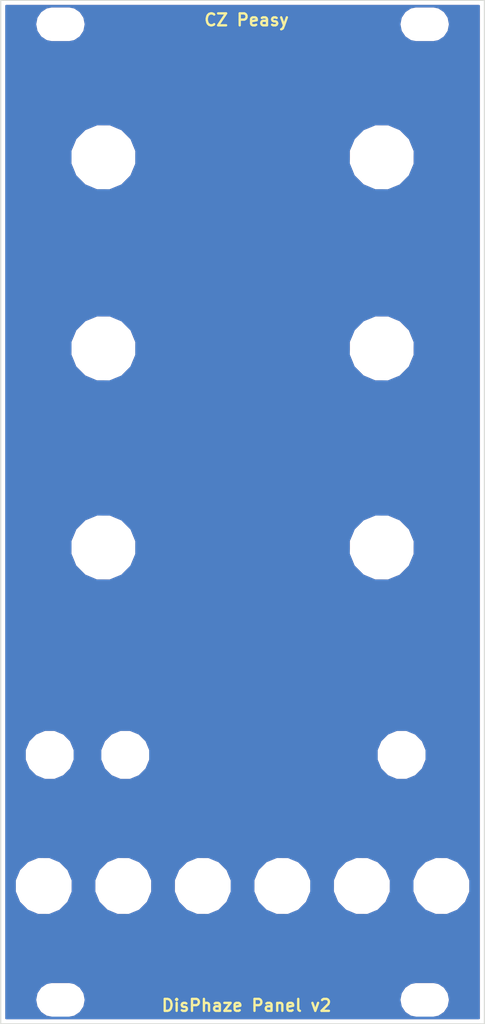
<source format=kicad_pcb>
(kicad_pcb (version 20171130) (host pcbnew "(5.0.1)-4")

  (general
    (thickness 1.6)
    (drawings 100)
    (tracks 0)
    (zones 0)
    (modules 20)
    (nets 1)
  )

  (page A4)
  (layers
    (0 F.Cu signal hide)
    (31 B.Cu signal hide)
    (32 B.Adhes user)
    (33 F.Adhes user)
    (34 B.Paste user)
    (35 F.Paste user)
    (36 B.SilkS user)
    (37 F.SilkS user)
    (38 B.Mask user)
    (39 F.Mask user)
    (40 Dwgs.User user hide)
    (41 Cmts.User user)
    (42 Eco1.User user)
    (43 Eco2.User user)
    (44 Edge.Cuts user)
    (45 Margin user)
    (46 B.CrtYd user)
    (47 F.CrtYd user)
    (48 B.Fab user)
    (49 F.Fab user)
  )

  (setup
    (last_trace_width 0.25)
    (user_trace_width 0.5)
    (trace_clearance 0.2)
    (zone_clearance 0.508)
    (zone_45_only no)
    (trace_min 0.2)
    (segment_width 0.4)
    (edge_width 0.1)
    (via_size 0.8)
    (via_drill 0.4)
    (via_min_size 0.4)
    (via_min_drill 0.3)
    (uvia_size 0.3)
    (uvia_drill 0.1)
    (uvias_allowed no)
    (uvia_min_size 0.2)
    (uvia_min_drill 0.1)
    (pcb_text_width 0.3)
    (pcb_text_size 1.5 1.5)
    (mod_edge_width 0.15)
    (mod_text_size 1 1)
    (mod_text_width 0.15)
    (pad_size 7 7)
    (pad_drill 7)
    (pad_to_mask_clearance 0)
    (solder_mask_min_width 0.25)
    (aux_axis_origin 0 0)
    (visible_elements 7FFDF76F)
    (pcbplotparams
      (layerselection 0x010fc_ffffffff)
      (usegerberextensions false)
      (usegerberattributes false)
      (usegerberadvancedattributes false)
      (creategerberjobfile false)
      (excludeedgelayer true)
      (linewidth 0.100000)
      (plotframeref false)
      (viasonmask false)
      (mode 1)
      (useauxorigin false)
      (hpglpennumber 1)
      (hpglpenspeed 20)
      (hpglpendiameter 15.000000)
      (psnegative false)
      (psa4output false)
      (plotreference false)
      (plotvalue false)
      (plotinvisibletext false)
      (padsonsilk false)
      (subtractmaskfromsilk false)
      (outputformat 1)
      (mirror false)
      (drillshape 0)
      (scaleselection 1)
      (outputdirectory "Gerbers/Panel/"))
  )

  (net 0 "")

  (net_class Default "This is the default net class."
    (clearance 0.2)
    (trace_width 0.25)
    (via_dia 0.8)
    (via_drill 0.4)
    (uvia_dia 0.3)
    (uvia_drill 0.1)
  )

  (net_class Wide_Power ""
    (clearance 0.2)
    (trace_width 0.5)
    (via_dia 0.8)
    (via_drill 0.4)
    (uvia_dia 0.3)
    (uvia_drill 0.1)
  )

  (module Custom_Footprints:Oval_Mounting_Hole (layer F.Cu) (tedit 5C93BEBC) (tstamp 5C9650F8)
    (at 152.9 43.8)
    (descr "Mounting Hole 6mm, no annular")
    (tags "mounting hole 6mm no annular")
    (fp_text reference Ref** (at 0 -3.5) (layer F.SilkS) hide
      (effects (font (size 1 1) (thickness 0.15)))
    )
    (fp_text value Oval_Mounting_Hole (at 0 5.08) (layer F.Fab)
      (effects (font (size 1 1) (thickness 0.15)))
    )
    (fp_line (start 5.08 -3) (end 7.5 -3) (layer Dwgs.User) (width 0.15))
    (fp_line (start 5.08 3) (end 7.5 3) (layer Dwgs.User) (width 0.15))
    (fp_line (start 7.5 1.27) (end 7.5 3) (layer Dwgs.User) (width 0.15))
    (fp_line (start 7.5 -3) (end 7.5 -1.27) (layer Dwgs.User) (width 0.15))
    (fp_line (start -7.5 3) (end -5.08 3) (layer Dwgs.User) (width 0.15))
    (fp_line (start -7.5 -3) (end -5.08 -3) (layer Dwgs.User) (width 0.15))
    (fp_line (start -7.5 1.27) (end -7.5 3) (layer Dwgs.User) (width 0.15))
    (fp_line (start -7.5 -3) (end -7.5 -1.27) (layer Dwgs.User) (width 0.15))
    (fp_circle (center 0 0) (end 1.54 0) (layer Cmts.User) (width 0.15))
    (pad "" np_thru_hole oval (at 0 0) (size 5 3.2) (drill oval 5 3.2) (layers *.Cu *.Mask))
  )

  (module Custom_Footprints:Oval_Mounting_Hole (layer F.Cu) (tedit 5C93BEBC) (tstamp 5C96512E)
    (at 107.1 166.3)
    (descr "Mounting Hole 6mm, no annular")
    (tags "mounting hole 6mm no annular")
    (fp_text reference Ref** (at 0 -3.5) (layer F.SilkS) hide
      (effects (font (size 1 1) (thickness 0.15)))
    )
    (fp_text value Oval_Mounting_Hole (at 0 5.08) (layer F.Fab)
      (effects (font (size 1 1) (thickness 0.15)))
    )
    (fp_circle (center 0 0) (end 1.54 0) (layer Cmts.User) (width 0.15))
    (fp_line (start -7.5 -3) (end -7.5 -1.27) (layer Dwgs.User) (width 0.15))
    (fp_line (start -7.5 1.27) (end -7.5 3) (layer Dwgs.User) (width 0.15))
    (fp_line (start -7.5 -3) (end -5.08 -3) (layer Dwgs.User) (width 0.15))
    (fp_line (start -7.5 3) (end -5.08 3) (layer Dwgs.User) (width 0.15))
    (fp_line (start 7.5 -3) (end 7.5 -1.27) (layer Dwgs.User) (width 0.15))
    (fp_line (start 7.5 1.27) (end 7.5 3) (layer Dwgs.User) (width 0.15))
    (fp_line (start 5.08 3) (end 7.5 3) (layer Dwgs.User) (width 0.15))
    (fp_line (start 5.08 -3) (end 7.5 -3) (layer Dwgs.User) (width 0.15))
    (pad "" np_thru_hole oval (at 0 0) (size 5 3.2) (drill oval 5 3.2) (layers *.Cu *.Mask))
  )

  (module Custom_Footprints:Oval_Mounting_Hole (layer F.Cu) (tedit 5C93BEBC) (tstamp 5C965114)
    (at 152.9 166.3)
    (descr "Mounting Hole 6mm, no annular")
    (tags "mounting hole 6mm no annular")
    (fp_text reference Ref** (at 0 -3.5) (layer F.SilkS) hide
      (effects (font (size 1 1) (thickness 0.15)))
    )
    (fp_text value Oval_Mounting_Hole (at 0 5.08) (layer F.Fab)
      (effects (font (size 1 1) (thickness 0.15)))
    )
    (fp_line (start 5.08 -3) (end 7.5 -3) (layer Dwgs.User) (width 0.15))
    (fp_line (start 5.08 3) (end 7.5 3) (layer Dwgs.User) (width 0.15))
    (fp_line (start 7.5 1.27) (end 7.5 3) (layer Dwgs.User) (width 0.15))
    (fp_line (start 7.5 -3) (end 7.5 -1.27) (layer Dwgs.User) (width 0.15))
    (fp_line (start -7.5 3) (end -5.08 3) (layer Dwgs.User) (width 0.15))
    (fp_line (start -7.5 -3) (end -5.08 -3) (layer Dwgs.User) (width 0.15))
    (fp_line (start -7.5 1.27) (end -7.5 3) (layer Dwgs.User) (width 0.15))
    (fp_line (start -7.5 -3) (end -7.5 -1.27) (layer Dwgs.User) (width 0.15))
    (fp_circle (center 0 0) (end 1.54 0) (layer Cmts.User) (width 0.15))
    (pad "" np_thru_hole oval (at 0 0) (size 5 3.2) (drill oval 5 3.2) (layers *.Cu *.Mask))
  )

  (module Custom_Footprints:Oval_Mounting_Hole (layer F.Cu) (tedit 5C93BEBC) (tstamp 5C9650FA)
    (at 107.1 43.8)
    (descr "Mounting Hole 6mm, no annular")
    (tags "mounting hole 6mm no annular")
    (fp_text reference Ref** (at 0 -3.5) (layer F.SilkS) hide
      (effects (font (size 1 1) (thickness 0.15)))
    )
    (fp_text value Oval_Mounting_Hole (at 0 5.08) (layer F.Fab)
      (effects (font (size 1 1) (thickness 0.15)))
    )
    (fp_circle (center 0 0) (end 1.54 0) (layer Cmts.User) (width 0.15))
    (fp_line (start -7.5 -3) (end -7.5 -1.27) (layer Dwgs.User) (width 0.15))
    (fp_line (start -7.5 1.27) (end -7.5 3) (layer Dwgs.User) (width 0.15))
    (fp_line (start -7.5 -3) (end -5.08 -3) (layer Dwgs.User) (width 0.15))
    (fp_line (start -7.5 3) (end -5.08 3) (layer Dwgs.User) (width 0.15))
    (fp_line (start 7.5 -3) (end 7.5 -1.27) (layer Dwgs.User) (width 0.15))
    (fp_line (start 7.5 1.27) (end 7.5 3) (layer Dwgs.User) (width 0.15))
    (fp_line (start 5.08 3) (end 7.5 3) (layer Dwgs.User) (width 0.15))
    (fp_line (start 5.08 -3) (end 7.5 -3) (layer Dwgs.User) (width 0.15))
    (pad "" np_thru_hole oval (at 0 0) (size 5 3.2) (drill oval 5 3.2) (layers *.Cu *.Mask))
  )

  (module Custom_Footprints:Thonkiconn_Socket_MountingHole_6mm (layer F.Cu) (tedit 5C92C29C) (tstamp 5C931086)
    (at 105 152)
    (descr "Mounting Hole 6mm, no annular")
    (tags "mounting hole 6mm no annular")
    (fp_text reference Ref** (at 0 -5.8) (layer F.SilkS) hide
      (effects (font (size 1 1) (thickness 0.15)))
    )
    (fp_text value Thonkiconn_Socket_MountingHole_6mm (at 0 5.825) (layer F.Fab)
      (effects (font (size 1 1) (thickness 0.15)))
    )
    (fp_circle (center 0 0) (end 4.5 0) (layer F.CrtYd) (width 0.05))
    (pad "" np_thru_hole circle (at 0 0) (size 6 6) (drill 6) (layers *.Cu *.Mask))
  )

  (module Custom_Footprints:Thonkiconn_Socket_MountingHole_6mm (layer F.Cu) (tedit 5C92C29C) (tstamp 5C93107C)
    (at 115 152)
    (descr "Mounting Hole 6mm, no annular")
    (tags "mounting hole 6mm no annular")
    (fp_text reference Ref** (at 0 -5.8) (layer F.SilkS) hide
      (effects (font (size 1 1) (thickness 0.15)))
    )
    (fp_text value Thonkiconn_Socket_MountingHole_6mm (at 0 5.825) (layer F.Fab)
      (effects (font (size 1 1) (thickness 0.15)))
    )
    (fp_circle (center 0 0) (end 4.5 0) (layer F.CrtYd) (width 0.05))
    (pad "" np_thru_hole circle (at 0 0) (size 6 6) (drill 6) (layers *.Cu *.Mask))
  )

  (module Custom_Footprints:Thonkiconn_Socket_MountingHole_6mm (layer F.Cu) (tedit 5C92C29C) (tstamp 5C931072)
    (at 125 152)
    (descr "Mounting Hole 6mm, no annular")
    (tags "mounting hole 6mm no annular")
    (fp_text reference Ref** (at 0 -5.8) (layer F.SilkS) hide
      (effects (font (size 1 1) (thickness 0.15)))
    )
    (fp_text value Thonkiconn_Socket_MountingHole_6mm (at 0 5.825) (layer F.Fab)
      (effects (font (size 1 1) (thickness 0.15)))
    )
    (fp_circle (center 0 0) (end 4.5 0) (layer F.CrtYd) (width 0.05))
    (pad "" np_thru_hole circle (at 0 0) (size 6 6) (drill 6) (layers *.Cu *.Mask))
  )

  (module Custom_Footprints:Thonkiconn_Socket_MountingHole_6mm (layer F.Cu) (tedit 5C92C29C) (tstamp 5C931068)
    (at 135 152)
    (descr "Mounting Hole 6mm, no annular")
    (tags "mounting hole 6mm no annular")
    (fp_text reference Ref** (at 0 -5.8) (layer F.SilkS) hide
      (effects (font (size 1 1) (thickness 0.15)))
    )
    (fp_text value Thonkiconn_Socket_MountingHole_6mm (at 0 5.825) (layer F.Fab)
      (effects (font (size 1 1) (thickness 0.15)))
    )
    (fp_circle (center 0 0) (end 4.5 0) (layer F.CrtYd) (width 0.05))
    (pad "" np_thru_hole circle (at 0 0) (size 6 6) (drill 6) (layers *.Cu *.Mask))
  )

  (module Custom_Footprints:Thonkiconn_Socket_MountingHole_6mm (layer F.Cu) (tedit 5C92C29C) (tstamp 5C93105E)
    (at 145 152)
    (descr "Mounting Hole 6mm, no annular")
    (tags "mounting hole 6mm no annular")
    (fp_text reference Ref** (at 0 -5.8) (layer F.SilkS) hide
      (effects (font (size 1 1) (thickness 0.15)))
    )
    (fp_text value Thonkiconn_Socket_MountingHole_6mm (at 0 5.825) (layer F.Fab)
      (effects (font (size 1 1) (thickness 0.15)))
    )
    (fp_circle (center 0 0) (end 4.5 0) (layer F.CrtYd) (width 0.05))
    (pad "" np_thru_hole circle (at 0 0) (size 6 6) (drill 6) (layers *.Cu *.Mask))
  )

  (module Custom_Footprints:Sub_Miniature_Switch_MountingHole_5mm (layer F.Cu) (tedit 5C92C0D1) (tstamp 5C930D43)
    (at 105.75 135.57)
    (descr "Mounting Hole 6mm, no annular")
    (tags "mounting hole 6mm no annular")
    (fp_text reference Ref** (at 0 -5.4) (layer F.SilkS) hide
      (effects (font (size 1 1) (thickness 0.15)))
    )
    (fp_text value Subminiature_Switch (at 0 5.1) (layer F.Fab) hide
      (effects (font (size 1 1) (thickness 0.15)))
    )
    (fp_circle (center 0 0) (end 2.5 0) (layer Cmts.User) (width 0.15))
    (fp_circle (center 0 0) (end 4 0) (layer F.CrtYd) (width 0.05))
    (pad "" np_thru_hole circle (at 0 -0.03) (size 5 5) (drill 5) (layers *.Cu *.Mask))
  )

  (module Custom_Footprints:Sub_Miniature_Switch_MountingHole_5mm (layer F.Cu) (tedit 5C92C0CC) (tstamp 5C930D27)
    (at 115.25 135.55)
    (descr "Mounting Hole 6mm, no annular")
    (tags "mounting hole 6mm no annular")
    (fp_text reference Ref** (at 0 -5.4) (layer F.SilkS) hide
      (effects (font (size 1 1) (thickness 0.15)))
    )
    (fp_text value Subminiature_Switch (at 0 5.1) (layer F.Fab) hide
      (effects (font (size 1 1) (thickness 0.15)))
    )
    (fp_circle (center 0 0) (end 4 0) (layer F.CrtYd) (width 0.05))
    (fp_circle (center 0 0) (end 2.5 0) (layer Cmts.User) (width 0.15))
    (pad "" np_thru_hole circle (at 0 -0.01) (size 5 5) (drill 5) (layers *.Cu *.Mask))
  )

  (module Custom_Footprints:Alpha_9mm_Pot_MountingHole_7mm (layer F.Cu) (tedit 5C964AC1) (tstamp 5C92E25D)
    (at 112.5 60.5)
    (descr "Mounting Hole 6mm, no annular")
    (tags "mounting hole 6mm no annular")
    (fp_text reference Ref** (at 0.5 -6.5) (layer F.SilkS) hide
      (effects (font (size 1 1) (thickness 0.15)))
    )
    (fp_text value Alpha_9mm_pot (at 0 6.5) (layer F.Fab) hide
      (effects (font (size 1 1) (thickness 0.15)))
    )
    (fp_circle (center 0 0) (end 5.5 0) (layer F.CrtYd) (width 0.05))
    (fp_circle (center 0 0) (end 2.93 0) (layer Cmts.User) (width 0.15))
    (pad "" np_thru_hole circle (at 0 0) (size 7 7) (drill 7) (layers *.Cu *.Mask))
  )

  (module Custom_Footprints:Alpha_9mm_Pot_MountingHole_7mm (layer F.Cu) (tedit 5C92BB46) (tstamp 5C92E1ED)
    (at 112.5 84.5)
    (descr "Mounting Hole 6mm, no annular")
    (tags "mounting hole 6mm no annular")
    (fp_text reference Ref** (at 0.5 -6.5) (layer F.SilkS) hide
      (effects (font (size 1 1) (thickness 0.15)))
    )
    (fp_text value Alpha_9mm_pot (at 0 6.5) (layer F.Fab) hide
      (effects (font (size 1 1) (thickness 0.15)))
    )
    (fp_circle (center 0 0) (end 5.5 0) (layer F.CrtYd) (width 0.05))
    (fp_circle (center 0 0) (end 2.93 0) (layer Cmts.User) (width 0.15))
    (pad "" np_thru_hole circle (at 0 0) (size 7 7) (drill 7) (layers *.Cu *.Mask))
  )

  (module Custom_Footprints:Alpha_9mm_Pot_MountingHole_7mm (layer F.Cu) (tedit 5C964508) (tstamp 5C92E195)
    (at 147.5 84.5)
    (descr "Mounting Hole 6mm, no annular")
    (tags "mounting hole 6mm no annular")
    (fp_text reference Ref** (at 0.5 -6.5) (layer F.SilkS) hide
      (effects (font (size 1 1) (thickness 0.15)))
    )
    (fp_text value Alpha_9mm_pot (at 0 6.5) (layer F.Fab) hide
      (effects (font (size 1 1) (thickness 0.15)))
    )
    (fp_circle (center 0 0) (end 5.5 0) (layer F.CrtYd) (width 0.05))
    (fp_circle (center 0 0) (end 2.93 0) (layer Cmts.User) (width 0.15))
    (pad "" np_thru_hole circle (at 0 0) (size 7 7) (drill 7) (layers *.Cu *.Mask))
  )

  (module Custom_Footprints:Alpha_9mm_Pot_MountingHole_7mm (layer F.Cu) (tedit 5C92BB42) (tstamp 5C92E132)
    (at 112.5 109.48)
    (descr "Mounting Hole 6mm, no annular")
    (tags "mounting hole 6mm no annular")
    (fp_text reference Ref** (at 0.5 -6.5) (layer F.SilkS) hide
      (effects (font (size 1 1) (thickness 0.15)))
    )
    (fp_text value Alpha_9mm_pot (at 0 6.5) (layer F.Fab) hide
      (effects (font (size 1 1) (thickness 0.15)))
    )
    (fp_circle (center 0 0) (end 5.5 0) (layer F.CrtYd) (width 0.05))
    (fp_circle (center 0 0) (end 2.93 0) (layer Cmts.User) (width 0.15))
    (pad "" np_thru_hole circle (at 0 0.02) (size 7 7) (drill 7) (layers *.Cu *.Mask))
  )

  (module Custom_Footprints:Alpha_9mm_Pot_MountingHole_7mm locked (layer F.Cu) (tedit 5C964503) (tstamp 5C93B4F9)
    (at 147.5 109.5)
    (descr "Mounting Hole 6mm, no annular")
    (tags "mounting hole 6mm no annular")
    (fp_text reference Ref** (at 0.5 -6.5) (layer F.SilkS) hide
      (effects (font (size 1 1) (thickness 0.15)))
    )
    (fp_text value Alpha_9mm_pot (at 0 6.5) (layer F.Fab) hide
      (effects (font (size 1 1) (thickness 0.15)))
    )
    (fp_circle (center 0 0) (end 2.93 0) (layer Cmts.User) (width 0.15))
    (fp_circle (center 0 0) (end 5.5 0) (layer F.CrtYd) (width 0.05))
    (pad "" np_thru_hole circle (at 0 0) (size 7 7) (drill 7) (layers *.Cu *.Mask))
  )

  (module Custom_Footprints:Alpha_9mm_Pot_MountingHole_7mm (layer F.Cu) (tedit 5C92BB35) (tstamp 5C92DFB5)
    (at 147.5 60.51)
    (descr "Mounting Hole 6mm, no annular")
    (tags "mounting hole 6mm no annular")
    (fp_text reference Ref** (at 0.5 -6.5) (layer F.SilkS) hide
      (effects (font (size 1 1) (thickness 0.15)))
    )
    (fp_text value Alpha_9mm_pot (at 0 6.5) (layer F.Fab) hide
      (effects (font (size 1 1) (thickness 0.15)))
    )
    (fp_circle (center 0 0) (end 2.93 0) (layer Cmts.User) (width 0.15))
    (fp_circle (center 0 0) (end 5.5 0) (layer F.CrtYd) (width 0.05))
    (pad "" np_thru_hole circle (at 0 -0.01) (size 7 7) (drill 7) (layers *.Cu *.Mask))
  )

  (module Custom_Footprints:Sub_Miniature_Switch_MountingHole_5mm (layer F.Cu) (tedit 5C92C0C3) (tstamp 5C930C5E)
    (at 150 135.56)
    (descr "Mounting Hole 6mm, no annular")
    (tags "mounting hole 6mm no annular")
    (fp_text reference Ref** (at 0 -5.4) (layer F.SilkS) hide
      (effects (font (size 1 1) (thickness 0.15)))
    )
    (fp_text value Subminiature_Switch (at 0 5.1) (layer F.Fab) hide
      (effects (font (size 1 1) (thickness 0.15)))
    )
    (fp_circle (center 0 0) (end 2.5 0) (layer Cmts.User) (width 0.15))
    (fp_circle (center 0 0) (end 4 0) (layer F.CrtYd) (width 0.05))
    (pad "" np_thru_hole circle (at 0 -0.02) (size 5 5) (drill 5) (layers *.Cu *.Mask))
  )

  (module Custom_Footprints:Thonkiconn_Socket_MountingHole_6mm (layer F.Cu) (tedit 5C92C29C) (tstamp 5C930EF4)
    (at 155 152)
    (descr "Mounting Hole 6mm, no annular")
    (tags "mounting hole 6mm no annular")
    (fp_text reference Ref** (at 0 -5.8) (layer F.SilkS) hide
      (effects (font (size 1 1) (thickness 0.15)))
    )
    (fp_text value Thonkiconn_Socket_MountingHole_6mm (at 0 5.825) (layer F.Fab)
      (effects (font (size 1 1) (thickness 0.15)))
    )
    (fp_circle (center 0 0) (end 4.5 0) (layer F.CrtYd) (width 0.05))
    (pad "" np_thru_hole circle (at 0 0) (size 6 6) (drill 6) (layers *.Cu *.Mask))
  )

  (module logo:disphaze (layer B.Cu) (tedit 0) (tstamp 5C965B87)
    (at 129.6 45.8 180)
    (fp_text reference G*** (at 0 0 180) (layer B.SilkS) hide
      (effects (font (size 1.524 1.524) (thickness 0.3)) (justify mirror))
    )
    (fp_text value LOGO (at 0.75 0 180) (layer B.SilkS) hide
      (effects (font (size 1.524 1.524) (thickness 0.3)) (justify mirror))
    )
    (fp_poly (pts (xy 13.800667 1.875087) (xy 13.79142 1.602771) (xy 13.767711 1.257621) (xy 13.747847 1.043491)
      (xy 13.695028 0.538141) (xy 13.239847 0.575888) (xy 12.784667 0.613635) (xy 12.784667 0.349151)
      (xy 12.791803 0.19764) (xy 12.841084 0.118977) (xy 12.974315 0.089279) (xy 13.233302 0.084667)
      (xy 13.247676 0.084667) (xy 13.530411 0.071838) (xy 13.66409 0.030312) (xy 13.678081 -0.021167)
      (xy 13.636103 -0.180488) (xy 13.595618 -0.355213) (xy 13.545867 -0.496123) (xy 13.443549 -0.569058)
      (xy 13.238241 -0.602379) (xy 13.144047 -0.609213) (xy 12.900572 -0.632541) (xy 12.778457 -0.683861)
      (xy 12.729822 -0.796819) (xy 12.715802 -0.910167) (xy 12.709154 -1.062929) (xy 12.746841 -1.148895)
      (xy 12.860547 -1.177615) (xy 13.081952 -1.158638) (xy 13.383205 -1.111363) (xy 13.770076 -1.047488)
      (xy 13.689486 -1.455077) (xy 13.608895 -1.862667) (xy 11.202828 -1.862667) (xy 11.145837 0.038648)
      (xy 11.127165 0.595184) (xy 11.106482 1.099184) (xy 11.085167 1.5245) (xy 11.0646 1.844982)
      (xy 11.046158 2.03448) (xy 11.038699 2.070648) (xy 11.037695 2.119117) (xy 11.092343 2.154069)
      (xy 11.224735 2.177635) (xy 11.456965 2.191943) (xy 11.811126 2.199123) (xy 12.309312 2.201306)
      (xy 12.394608 2.201333) (xy 13.800667 2.201333) (xy 13.800667 1.875087)) (layer B.Mask) (width 0.01))
    (fp_poly (pts (xy 9.729597 2.197754) (xy 10.166896 2.18779) (xy 10.514562 2.172598) (xy 10.746591 2.153337)
      (xy 10.83698 2.131167) (xy 10.837334 2.12966) (xy 10.80401 2.033587) (xy 10.711175 1.80829)
      (xy 10.569526 1.478637) (xy 10.389766 1.069495) (xy 10.182595 0.605731) (xy 10.16 0.555573)
      (xy 9.950758 0.088555) (xy 9.767769 -0.325394) (xy 9.621708 -0.661669) (xy 9.52325 -0.895663)
      (xy 9.483071 -1.00277) (xy 9.482667 -1.005704) (xy 9.559106 -1.029292) (xy 9.757974 -1.031595)
      (xy 9.992881 -1.015788) (xy 10.284602 -0.996466) (xy 10.434153 -1.011312) (xy 10.465772 -1.063166)
      (xy 10.463237 -1.070875) (xy 10.417066 -1.214435) (xy 10.351005 -1.444496) (xy 10.330759 -1.518704)
      (xy 10.23814 -1.862667) (xy 9.05607 -1.862667) (xy 8.6307 -1.858144) (xy 8.273289 -1.845724)
      (xy 8.014171 -1.827132) (xy 7.883678 -1.804089) (xy 7.874 -1.795506) (xy 7.898042 -1.679393)
      (xy 7.970353 -1.405093) (xy 8.091212 -0.971601) (xy 8.260899 -0.377912) (xy 8.428447 0.200861)
      (xy 8.54836 0.613389) (xy 8.08418 0.574895) (xy 7.62 0.536402) (xy 7.62 2.201333)
      (xy 9.228667 2.201333) (xy 9.729597 2.197754)) (layer B.Mask) (width 0.01))
    (fp_poly (pts (xy 1.890923 0.924963) (xy 1.835677 -0.351408) (xy 2.124339 -0.323871) (xy 2.413 -0.296333)
      (xy 2.387653 0.9525) (xy 2.362307 2.201333) (xy 4.085814 2.201333) (xy 4.034428 1.375833)
      (xy 4.010402 0.964936) (xy 3.982551 0.449538) (xy 3.954261 -0.105679) (xy 3.928921 -0.636035)
      (xy 3.928001 -0.656167) (xy 3.872961 -1.862667) (xy 2.54 -1.862667) (xy 2.54 -1.439333)
      (xy 2.524225 -1.165736) (xy 2.463288 -1.039025) (xy 2.336773 -1.038568) (xy 2.203623 -1.099441)
      (xy 2.087068 -1.130424) (xy 2.000335 -1.047705) (xy 1.936 -0.908941) (xy 1.87833 -0.776275)
      (xy 1.84291 -0.742013) (xy 1.821687 -0.825912) (xy 1.806606 -1.047727) (xy 1.797435 -1.248833)
      (xy 1.770582 -1.862667) (xy 0.27747 -1.862667) (xy 0.221037 -0.402167) (xy 0.198798 0.128717)
      (xy 0.173986 0.647455) (xy 0.1489 1.110561) (xy 0.125835 1.474549) (xy 0.113696 1.629833)
      (xy 0.062787 2.201333) (xy 1.946168 2.201333) (xy 1.890923 0.924963)) (layer B.Mask) (width 0.01))
    (fp_poly (pts (xy -2.303205 2.272382) (xy -1.831624 2.231086) (xy -1.415145 2.161036) (xy -1.141502 2.079397)
      (xy -0.681364 1.805183) (xy -0.34681 1.429815) (xy -0.150339 0.975021) (xy -0.104449 0.462528)
      (xy -0.121159 0.305769) (xy -0.27143 -0.183023) (xy -0.554332 -0.571327) (xy -0.958878 -0.84837)
      (xy -1.452325 -0.999799) (xy -1.820333 -1.062226) (xy -1.846139 -1.462446) (xy -1.871944 -1.862667)
      (xy -2.585359 -1.862667) (xy -2.93385 -1.859675) (xy -3.148506 -1.844712) (xy -3.2648 -1.808794)
      (xy -3.318203 -1.742937) (xy -3.33758 -1.672167) (xy -3.352246 -1.530437) (xy -3.369988 -1.249187)
      (xy -3.389344 -0.858171) (xy -3.408848 -0.38714) (xy -3.426789 0.127) (xy -1.778 0.127)
      (xy -1.761241 -0.171056) (xy -1.699447 -0.316329) (xy -1.575343 -0.323079) (xy -1.373505 -0.206866)
      (xy -1.217407 -0.011198) (xy -1.203008 0.219295) (xy -1.330309 0.426727) (xy -1.373505 0.460866)
      (xy -1.57654 0.577506) (xy -1.700117 0.569777) (xy -1.761511 0.423418) (xy -1.778 0.127)
      (xy -3.426789 0.127) (xy -3.427039 0.134153) (xy -3.428149 0.169333) (xy -3.446536 0.692351)
      (xy -3.466938 1.166545) (xy -3.487787 1.562305) (xy -3.507508 1.850016) (xy -3.524532 2.000065)
      (xy -3.525547 2.004507) (xy -3.534528 2.11878) (xy -3.463777 2.185997) (xy -3.275614 2.23212)
      (xy -3.171218 2.24866) (xy -2.769774 2.279911) (xy -2.303205 2.272382)) (layer B.Mask) (width 0.01))
    (fp_poly (pts (xy -8.614186 2.201333) (xy -8.665572 1.375833) (xy -8.689598 0.964936) (xy -8.717449 0.449538)
      (xy -8.745739 -0.105679) (xy -8.771079 -0.636035) (xy -8.771999 -0.656167) (xy -8.827039 -1.862667)
      (xy -10.30773 -1.862667) (xy -10.363118 -0.232833) (xy -10.38322 0.306024) (xy -10.405463 0.814243)
      (xy -10.428065 1.256792) (xy -10.449242 1.598639) (xy -10.466532 1.799167) (xy -10.514556 2.201334)
      (xy -9.564371 2.201334) (xy -8.614186 2.201333)) (layer B.Mask) (width 0.01))
    (fp_poly (pts (xy 6.632534 2.159) (xy 6.74989 1.566333) (xy 6.808442 1.283974) (xy 6.891316 0.901988)
      (xy 6.990786 0.454145) (xy 7.09913 -0.025782) (xy 7.208623 -0.504023) (xy 7.311543 -0.946807)
      (xy 7.400164 -1.320362) (xy 7.466765 -1.590918) (xy 7.500235 -1.7145) (xy 7.506778 -1.786003)
      (xy 7.451509 -1.830057) (xy 7.304371 -1.853146) (xy 7.03531 -1.861754) (xy 6.813446 -1.862667)
      (xy 6.456671 -1.859028) (xy 6.23429 -1.843051) (xy 6.111431 -1.807141) (xy 6.053221 -1.743704)
      (xy 6.035866 -1.693333) (xy 5.992107 -1.568975) (xy 5.924286 -1.539553) (xy 5.793856 -1.609169)
      (xy 5.620316 -1.737567) (xy 5.340314 -1.951135) (xy 5.19473 -1.674067) (xy 5.049145 -1.397)
      (xy 4.997665 -1.608667) (xy 4.943398 -1.740062) (xy 4.830674 -1.809053) (xy 4.609678 -1.841529)
      (xy 4.540154 -1.846436) (xy 4.298341 -1.85502) (xy 4.187907 -1.830691) (xy 4.172022 -1.760002)
      (xy 4.183712 -1.716296) (xy 4.243033 -1.501741) (xy 4.327862 -1.158967) (xy 4.345313 -1.084778)
      (xy 5.164667 -1.084778) (xy 5.236051 -1.096003) (xy 5.404681 -1.081383) (xy 5.60228 -1.050774)
      (xy 5.760565 -1.014032) (xy 5.80991 -0.991645) (xy 5.808199 -0.894532) (xy 5.755363 -0.705304)
      (xy 5.673808 -0.48316) (xy 5.585945 -0.287303) (xy 5.514181 -0.176934) (xy 5.498655 -0.169333)
      (xy 5.44553 -0.241505) (xy 5.365677 -0.42126) (xy 5.279211 -0.653458) (xy 5.206252 -0.882956)
      (xy 5.166916 -1.054615) (xy 5.164667 -1.084778) (xy 4.345313 -1.084778) (xy 4.429787 -0.72566)
      (xy 4.540398 -0.239502) (xy 4.651283 0.261822) (xy 4.75403 0.74063) (xy 4.840229 1.159237)
      (xy 4.901468 1.47996) (xy 4.915367 1.561609) (xy 5.019508 2.207174) (xy 6.632534 2.159)) (layer B.Mask) (width 0.01))
    (fp_poly (pts (xy -6.4283 2.275669) (xy -6.182395 2.226013) (xy -6.033297 2.109033) (xy -5.957032 1.896734)
      (xy -5.929631 1.561118) (xy -5.926666 1.271879) (xy -5.929076 0.915631) (xy -5.941228 0.698103)
      (xy -5.970504 0.588698) (xy -6.024288 0.556817) (xy -6.096451 0.568253) (xy -6.313198 0.550825)
      (xy -6.469937 0.407574) (xy -6.516691 0.222467) (xy -6.471779 0.042598) (xy -6.361821 -0.198283)
      (xy -6.305458 -0.296333) (xy -6.133335 -0.704492) (xy -6.11699 -1.093093) (xy -6.249399 -1.437478)
      (xy -6.52354 -1.712992) (xy -6.742496 -1.830593) (xy -7.127314 -1.923772) (xy -7.548428 -1.922712)
      (xy -7.717826 -1.890512) (xy -7.839592 -1.787672) (xy -7.912346 -1.625167) (xy -7.969258 -1.398844)
      (xy -8.009117 -1.253901) (xy -8.005011 -1.160484) (xy -7.897824 -1.109378) (xy -7.687597 -1.084568)
      (xy -7.452248 -1.053165) (xy -7.337469 -0.985444) (xy -7.295707 -0.860932) (xy -7.317874 -0.716505)
      (xy -7.432088 -0.525469) (xy -7.6549 -0.262769) (xy -7.775263 -0.135005) (xy -8.141078 0.299076)
      (xy -8.355632 0.694101) (xy -8.424684 1.0744) (xy -8.353995 1.464303) (xy -8.223396 1.757951)
      (xy -8.021328 1.97251) (xy -7.688401 2.140683) (xy -7.259765 2.249479) (xy -6.794983 2.286)
      (xy -6.4283 2.275669)) (layer B.Mask) (width 0.01))
    (fp_poly (pts (xy -12.286705 2.174484) (xy -11.71154 1.950317) (xy -11.258323 1.61101) (xy -10.911178 1.149996)
      (xy -10.710946 0.621908) (xy -10.663235 0.052988) (xy -10.773657 -0.530523) (xy -10.79013 -0.578863)
      (xy -11.032788 -1.073449) (xy -11.374816 -1.447476) (xy -11.826946 -1.707604) (xy -12.399911 -1.860493)
      (xy -12.934439 -1.909477) (xy -13.294508 -1.916407) (xy -13.608306 -1.912725) (xy -13.823234 -1.899371)
      (xy -13.864027 -1.892885) (xy -13.945046 -1.869131) (xy -14.007606 -1.824212) (xy -14.055003 -1.737239)
      (xy -14.090535 -1.587322) (xy -14.117497 -1.35357) (xy -14.139186 -1.015096) (xy -14.158898 -0.551008)
      (xy -14.167669 -0.296333) (xy -12.530666 -0.296333) (xy -12.521205 -0.717825) (xy -12.485681 -0.982272)
      (xy -12.413385 -1.101265) (xy -12.293607 -1.086395) (xy -12.115637 -0.949253) (xy -12.016154 -0.853179)
      (xy -11.837345 -0.622755) (xy -11.772157 -0.364585) (xy -11.768666 -0.256664) (xy -11.828158 0.055663)
      (xy -11.984057 0.314565) (xy -12.202498 0.476064) (xy -12.357485 0.508) (xy -12.43792 0.496677)
      (xy -12.488678 0.441722) (xy -12.516536 0.311655) (xy -12.528273 0.074998) (xy -12.530666 -0.296333)
      (xy -14.167669 -0.296333) (xy -14.179929 0.059582) (xy -14.181988 0.122089) (xy -14.201065 0.641729)
      (xy -14.222198 1.116348) (xy -14.243703 1.514701) (xy -14.263897 1.805542) (xy -14.280743 1.955882)
      (xy -14.29797 2.078816) (xy -14.265091 2.152614) (xy -14.147636 2.19661) (xy -13.911133 2.230141)
      (xy -13.763019 2.246289) (xy -12.971529 2.273395) (xy -12.286705 2.174484)) (layer B.Mask) (width 0.01))
  )

  (gr_text "CZ Peasy" (at 130.5 43.25) (layer F.SilkS) (tstamp 5C9B87D0)
    (effects (font (size 1.5 1.5) (thickness 0.3)))
  )
  (gr_line (start 112.5 101) (end 112.5 102.25) (layer B.Mask) (width 0.4) (tstamp 5C97C7AE))
  (gr_line (start 139 60.5) (end 136.5 60.5) (layer B.Mask) (width 1) (tstamp 5C96766F))
  (gr_line (start 123.5 60.5) (end 121 60.5) (layer B.Mask) (width 1) (tstamp 5C967668))
  (gr_text Amount (at 130 60.5) (layer B.Mask) (tstamp 5C967610)
    (effects (font (size 2 2) (thickness 0.3)) (justify mirror))
  )
  (gr_line (start 137 103) (end 123 103) (layer B.Mask) (width 0.5) (tstamp 5C9674E5))
  (gr_line (start 123 68) (end 123 103) (layer B.Mask) (width 0.5) (tstamp 5C967446))
  (gr_line (start 137 68) (end 137 103) (layer B.Mask) (width 0.5) (tstamp 5C9673A7))
  (gr_line (start 137 68) (end 123 68) (layer B.Mask) (width 0.5) (tstamp 5C96737F))
  (gr_line (start 122.75 84.5) (end 117.5 84.5) (layer B.Mask) (width 1) (tstamp 5C967355))
  (gr_line (start 142.5 84.5) (end 137.25 84.5) (layer B.Mask) (width 1) (tstamp 5C9672B6))
  (gr_text 2 (at 105 74) (layer B.Mask) (tstamp 5C9671EC)
    (effects (font (size 4 4) (thickness 1)) (justify mirror))
  )
  (gr_text 1 (at 154.75 74) (layer B.Mask)
    (effects (font (size 4 4) (thickness 1)) (justify mirror))
  )
  (gr_line (start 127 69) (end 127 101) (layer Dwgs.User) (width 0.1))
  (gr_line (start 133 69) (end 133 101) (layer Dwgs.User) (width 0.1))
  (gr_line (start 131 99.5) (end 127 99.5) (layer B.Mask) (width 0.4) (tstamp 5C966719))
  (gr_line (start 131.89 96.46) (end 131 99.5) (layer B.Mask) (width 0.4) (tstamp 5C9666EF))
  (gr_line (start 133 99.5) (end 131.89 96.46) (layer B.Mask) (width 0.4) (tstamp 5C9666EE))
  (gr_line (start 127 93) (end 133 89.93) (layer B.Mask) (width 0.4) (tstamp 5C966675))
  (gr_line (start 133 93) (end 133 89.93) (layer B.Mask) (width 0.4) (tstamp 5C96664D))
  (gr_line (start 130 86.5) (end 127 86.5) (layer B.Mask) (width 0.4) (tstamp 5C967080))
  (gr_line (start 130 83.6) (end 130 86.5) (layer B.Mask) (width 0.4) (tstamp 5C967077))
  (gr_line (start 131.52 84.44) (end 131.7 85.7) (layer B.Mask) (width 0.4) (tstamp 5C96707D))
  (gr_arc (start 132.850684 85.273377) (end 131.720684 85.773377) (angle -73.07211714) (layer B.Mask) (width 0.4) (tstamp 5C96707A))
  (gr_arc (start 130.49 84.463715) (end 131.51 84.403715) (angle -115.3683182) (layer B.Mask) (width 0.4) (tstamp 5C967083))
  (gr_line (start 127.8 77.77) (end 127 80) (layer B.Mask) (width 0.4) (tstamp 5C9667F7))
  (gr_line (start 129.8 77.79) (end 130.31 79.36) (layer B.Mask) (width 0.4) (tstamp 5C9667EE))
  (gr_arc (start 128.8 77.99) (end 129.8 77.79) (angle -152.432681) (layer B.Mask) (width 0.4))
  (gr_arc (start 131.426583 78.800491) (end 130.326583 79.400491) (angle -65.66520277) (layer B.Mask) (width 0.4) (tstamp 5C9667F4))
  (gr_line (start 132.5 77) (end 131.52 80.05) (layer B.Mask) (width 0.4) (tstamp 5C9667EB))
  (gr_line (start 133 80) (end 132.5 77) (layer B.Mask) (width 0.4) (tstamp 5C9667F1))
  (gr_line (start 130 73.5) (end 127 73.5) (layer B.Mask) (width 0.4) (tstamp 5C9668B5))
  (gr_line (start 130 70.5) (end 130 73.5) (layer B.Mask) (width 0.4) (tstamp 5C9668BE))
  (gr_line (start 133 70.5) (end 130 70.5) (layer B.Mask) (width 0.4) (tstamp 5C9668B8))
  (gr_line (start 133 73.52) (end 133 70.5) (layer B.Mask) (width 0.4) (tstamp 5C9668BB))
  (gr_text CV1 (at 145.2 159.5) (layer B.Mask) (tstamp 5C965162)
    (effects (font (size 2 2) (thickness 0.3)) (justify mirror))
  )
  (gr_text "Mountjoy Modular" (at 130 166.75) (layer B.Mask) (tstamp 5C96514A)
    (effects (font (size 2 2) (thickness 0.2)) (justify mirror))
  )
  (gr_text Mix (at 105.9 141.5) (layer B.Mask) (tstamp 5C964F0F)
    (effects (font (size 2 2) (thickness 0.3)) (justify mirror))
  )
  (gr_text "Ring Mod" (at 150 141.5) (layer B.Mask) (tstamp 5C964EEE)
    (effects (font (size 2 2) (thickness 0.3)) (justify mirror))
  )
  (gr_line (start 158.5 149.15) (end 158.5 90.4) (layer B.Mask) (width 1) (tstamp 5C964E3B))
  (gr_arc (start 152.4 90.5) (end 158.5 90.5) (angle -90) (layer B.Mask) (width 1) (tstamp 5C964E3A))
  (gr_line (start 101.5 149.1) (end 101.5 90.5) (layer B.Mask) (width 1) (tstamp 5C964C1C))
  (gr_arc (start 107.6 90.6) (end 107.6 84.5) (angle -90) (layer B.Mask) (width 1))
  (gr_circle (center 112.5 60.5) (end 120 60.5) (layer Dwgs.User) (width 0.1))
  (gr_arc (start 119.5 120.024228) (end 130 120.4) (angle -93.1) (layer B.Mask) (width 0.5) (tstamp 5C9648D1))
  (gr_arc (start 140.5 120) (end 130 120) (angle 91.6) (layer B.Mask) (width 0.5))
  (gr_text -2 (at 157 113.2) (layer B.Mask) (tstamp 5C96481F)
    (effects (font (size 1.5 1.5) (thickness 0.3)) (justify left mirror))
  )
  (gr_text -1 (at 157 105.3) (layer B.Mask) (tstamp 5C9647DE)
    (effects (font (size 1.5 1.5) (thickness 0.3)) (justify left mirror))
  )
  (gr_text 0 (at 147.5 101.9) (layer B.Mask) (tstamp 5C9647D4)
    (effects (font (size 1.5 1.5) (thickness 0.3)) (justify mirror))
  )
  (gr_text +1 (at 141.5 105.3) (layer B.Mask) (tstamp 5C9647C8)
    (effects (font (size 1.5 1.5) (thickness 0.3)) (justify left mirror))
  )
  (gr_text +2 (at 141.5 113.2) (layer B.Mask) (tstamp 5C9647BC)
    (effects (font (size 1.5 1.5) (thickness 0.3)) (justify left mirror))
  )
  (gr_text Oct (at 115.3 141.5) (layer B.Mask) (tstamp 5C96441D)
    (effects (font (size 2 2) (thickness 0.3)) (justify mirror))
  )
  (gr_text "Fine Tune" (at 112.5 118) (layer B.Mask) (tstamp 5C93B672)
    (effects (font (size 2 2) (thickness 0.3)) (justify mirror))
  )
  (gr_text Octave (at 147.5 118) (layer B.Mask)
    (effects (font (size 2 2) (thickness 0.3)) (justify mirror))
  )
  (gr_circle (center 112.5 60.5) (end 121 60.5) (layer B.Mask) (width 1) (tstamp 5C93B62A))
  (gr_line (start 140 162.75) (end 120 162.75) (layer B.Mask) (width 0.5) (tstamp 5C93B34C))
  (gr_circle (center 155 152) (end 159.5 152) (layer B.Mask) (width 2) (tstamp 5C93B5AA))
  (gr_circle (center 105 152) (end 109.5 152) (layer B.Mask) (width 2))
  (gr_line (start 130 144.5) (end 130 119.5) (layer B.Mask) (width 0.5) (tstamp 5C93B523))
  (gr_line (start 120 162.75) (end 120 144.5) (layer B.Mask) (width 0.5) (tstamp 5C93B336))
  (gr_circle (center 147.5 60.5) (end 156 60.5) (layer B.Mask) (width 1) (tstamp 5C93B313))
  (gr_line (start 130 40) (end 130 172.5) (layer Dwgs.User) (width 0.1))
  (gr_line (start 140 144.5) (end 120 144.5) (layer B.Mask) (width 0.5))
  (gr_line (start 140 162.75) (end 140 144.5) (layer B.Mask) (width 0.5))
  (gr_line (start 155 153.57) (end 155 146.68) (layer Dwgs.User) (width 0.05) (tstamp 5C930FA2))
  (gr_line (start 145 154.59) (end 145 146.45) (layer Dwgs.User) (width 0.05) (tstamp 5C930FA0))
  (gr_line (start 135 155.18) (end 135 147.04) (layer Dwgs.User) (width 0.05) (tstamp 5C930F9E))
  (gr_line (start 125 155.18) (end 125 147.04) (layer Dwgs.User) (width 0.05) (tstamp 5C930F9C))
  (gr_line (start 115 155.54) (end 115 147.4) (layer Dwgs.User) (width 0.05) (tstamp 5C930F9A))
  (gr_line (start 105 154.2) (end 105 146.06) (layer Dwgs.User) (width 0.05) (tstamp 5C930F98))
  (gr_line (start 156.57 152) (end 101.54 152) (layer Dwgs.User) (width 0.05) (tstamp 5C930EF6))
  (gr_line (start 105.75 141.15) (end 105.75 133.01) (layer Dwgs.User) (width 0.05) (tstamp 5C930D7B))
  (gr_line (start 115.25 141.44) (end 115.25 133.06) (layer Dwgs.User) (width 0.05) (tstamp 5C930D60))
  (gr_line (start 154 141.29) (end 154 132.77) (layer Dwgs.User) (width 0.05) (tstamp 5C930CE9))
  (gr_line (start 154.08 135.54) (end 105.68 135.54) (layer Dwgs.User) (width 0.05))
  (gr_circle (center 112.5 60.505285) (end 110.27 62.519941) (layer Dwgs.User) (width 0.1) (tstamp 5C92E010))
  (gr_circle (center 112.51 84.505285) (end 110.28 86.519941) (layer Dwgs.User) (width 0.1) (tstamp 5C92E00E))
  (gr_circle (center 112.5 109.495285) (end 110.27 111.509941) (layer Dwgs.User) (width 0.1) (tstamp 5C92E00B))
  (gr_circle (center 147.504715 109.505285) (end 145.274715 111.519941) (layer Dwgs.User) (width 0.1) (tstamp 5C93B506))
  (gr_circle (center 147.51 84.505285) (end 145.28 86.519941) (layer Dwgs.User) (width 0.1) (tstamp 5C92DFFA))
  (gr_line (start 147.84 109.49) (end 110.99 109.49) (layer Dwgs.User) (width 0.05) (tstamp 5C92DFF7))
  (gr_line (start 148.02 84.51) (end 111.17 84.51) (layer Dwgs.User) (width 0.05) (tstamp 5C92DFF5))
  (gr_line (start 112.5 60.33) (end 112.5 122.67) (layer Dwgs.User) (width 0.05) (tstamp 5C92DFF1))
  (gr_line (start 148.11 60.5) (end 111.26 60.5) (layer Dwgs.User) (width 0.05))
  (gr_line (start 147.5 59.64) (end 147.5 121.98) (layer Dwgs.User) (width 0.05))
  (gr_circle (center 147.5 60.5) (end 145.27 62.514656) (layer Dwgs.User) (width 0.1))
  (gr_line (start 99.6 169.3) (end 160.4 169.3) (layer Edge.Cuts) (width 0.1) (tstamp 5C92B0CA))
  (gr_line (start 99.6 40.8) (end 99.6 169.3) (layer Edge.Cuts) (width 0.1) (tstamp 5C92B0B5))
  (gr_line (start 160.4 40.8) (end 160.4 169.3) (layer Edge.Cuts) (width 0.1))
  (gr_line (start 99.6 40.8) (end 160.4 40.8) (layer Edge.Cuts) (width 0.1) (tstamp 5C92B136))
  (gr_text "Out 2" (at 104.6 159.5) (layer B.Mask) (tstamp 5C927DCD)
    (effects (font (size 2 2) (thickness 0.3)) (justify mirror))
  )
  (gr_text CV2 (at 115 159.5) (layer B.Mask) (tstamp 5C927DB3)
    (effects (font (size 2 2) (thickness 0.3)) (justify mirror))
  )
  (gr_text VCA (at 124.5 159.5) (layer B.Mask) (tstamp 5C927D99)
    (effects (font (size 2 2) (thickness 0.3)) (justify mirror))
  )
  (gr_text 1V/O (at 134.6 159.5) (layer B.Mask) (tstamp 5C927D7F)
    (effects (font (size 2 2) (thickness 0.3)) (justify mirror))
  )
  (gr_text "Out 1" (at 155 159.5) (layer B.Mask) (tstamp 5C927D4B)
    (effects (font (size 2 2) (thickness 0.3)) (justify mirror))
  )
  (gr_text "DisPhaze Panel v2" (at 130.5 167) (layer F.SilkS)
    (effects (font (size 1.5 1.5) (thickness 0.3)))
  )
  (gr_line (start 160 50) (end 160 160) (layer Dwgs.User) (width 0.2) (tstamp 5C8E1743))
  (gr_line (start 100 160) (end 160 160) (layer Dwgs.User) (width 0.2) (tstamp 5C8E1733))
  (gr_line (start 100 50) (end 100 160) (layer Dwgs.User) (width 0.2))
  (gr_line (start 100 50) (end 160 50) (layer Dwgs.User) (width 0.2))

  (zone (net 0) (net_name "") (layer B.Cu) (tstamp 5C9B8884) (hatch edge 0.508)
    (connect_pads (clearance 0.508))
    (min_thickness 0.254)
    (fill yes (arc_segments 16) (thermal_gap 0.508) (thermal_bridge_width 0.508))
    (polygon
      (pts
        (xy 99.65 40.85) (xy 160.35 40.85) (xy 160.35 169.25) (xy 99.65 169.25)
      )
    )
    (filled_polygon
      (pts
        (xy 159.715001 168.615) (xy 100.285 168.615) (xy 100.285 166.3) (xy 103.921214 166.3) (xy 104.094676 167.172054)
        (xy 104.588655 167.911345) (xy 105.327946 168.405324) (xy 105.979872 168.535) (xy 108.220128 168.535) (xy 108.872054 168.405324)
        (xy 109.611345 167.911345) (xy 110.105324 167.172054) (xy 110.278786 166.3) (xy 149.721214 166.3) (xy 149.894676 167.172054)
        (xy 150.388655 167.911345) (xy 151.127946 168.405324) (xy 151.779872 168.535) (xy 154.020128 168.535) (xy 154.672054 168.405324)
        (xy 155.411345 167.911345) (xy 155.905324 167.172054) (xy 156.078786 166.3) (xy 155.905324 165.427946) (xy 155.411345 164.688655)
        (xy 154.672054 164.194676) (xy 154.020128 164.065) (xy 151.779872 164.065) (xy 151.127946 164.194676) (xy 150.388655 164.688655)
        (xy 149.894676 165.427946) (xy 149.721214 166.3) (xy 110.278786 166.3) (xy 110.105324 165.427946) (xy 109.611345 164.688655)
        (xy 108.872054 164.194676) (xy 108.220128 164.065) (xy 105.979872 164.065) (xy 105.327946 164.194676) (xy 104.588655 164.688655)
        (xy 104.094676 165.427946) (xy 103.921214 166.3) (xy 100.285 166.3) (xy 100.285 152.704875) (xy 101.361432 152.704875)
        (xy 101.365 152.713612) (xy 101.365 152.723046) (xy 101.638183 153.382568) (xy 101.908146 154.043639) (xy 101.918305 154.058843)
        (xy 101.918396 154.059062) (xy 101.918563 154.059229) (xy 101.928723 154.074434) (xy 101.946856 154.087522) (xy 102.912478 155.053144)
        (xy 102.925566 155.071277) (xy 102.934265 155.074931) (xy 102.940938 155.081604) (xy 103.600542 155.354821) (xy 104.2588 155.631342)
        (xy 104.268237 155.631389) (xy 104.276954 155.635) (xy 104.990843 155.635) (xy 105.704875 155.638568) (xy 105.713612 155.635)
        (xy 105.723046 155.635) (xy 106.382568 155.361817) (xy 107.043639 155.091854) (xy 107.058843 155.081695) (xy 107.059062 155.081604)
        (xy 107.059229 155.081437) (xy 107.074434 155.071277) (xy 107.087522 155.053144) (xy 108.053144 154.087522) (xy 108.071277 154.074434)
        (xy 108.074931 154.065735) (xy 108.081604 154.059062) (xy 108.354821 153.399458) (xy 108.631342 152.7412) (xy 108.631389 152.731763)
        (xy 108.635 152.723046) (xy 108.635 152.704875) (xy 111.361432 152.704875) (xy 111.365 152.713612) (xy 111.365 152.723046)
        (xy 111.638183 153.382568) (xy 111.908146 154.043639) (xy 111.918305 154.058843) (xy 111.918396 154.059062) (xy 111.918563 154.059229)
        (xy 111.928723 154.074434) (xy 111.946856 154.087522) (xy 112.912478 155.053144) (xy 112.925566 155.071277) (xy 112.934265 155.074931)
        (xy 112.940938 155.081604) (xy 113.600542 155.354821) (xy 114.2588 155.631342) (xy 114.268237 155.631389) (xy 114.276954 155.635)
        (xy 114.990843 155.635) (xy 115.704875 155.638568) (xy 115.713612 155.635) (xy 115.723046 155.635) (xy 116.382568 155.361817)
        (xy 117.043639 155.091854) (xy 117.058843 155.081695) (xy 117.059062 155.081604) (xy 117.059229 155.081437) (xy 117.074434 155.071277)
        (xy 117.087522 155.053144) (xy 118.053144 154.087522) (xy 118.071277 154.074434) (xy 118.074931 154.065735) (xy 118.081604 154.059062)
        (xy 118.354821 153.399458) (xy 118.631342 152.7412) (xy 118.631389 152.731763) (xy 118.635 152.723046) (xy 118.635 152.704875)
        (xy 121.361432 152.704875) (xy 121.365 152.713612) (xy 121.365 152.723046) (xy 121.638183 153.382568) (xy 121.908146 154.043639)
        (xy 121.918305 154.058843) (xy 121.918396 154.059062) (xy 121.918563 154.059229) (xy 121.928723 154.074434) (xy 121.946856 154.087522)
        (xy 122.912478 155.053144) (xy 122.925566 155.071277) (xy 122.934265 155.074931) (xy 122.940938 155.081604) (xy 123.600542 155.354821)
        (xy 124.2588 155.631342) (xy 124.268237 155.631389) (xy 124.276954 155.635) (xy 124.990843 155.635) (xy 125.704875 155.638568)
        (xy 125.713612 155.635) (xy 125.723046 155.635) (xy 126.382568 155.361817) (xy 127.043639 155.091854) (xy 127.058843 155.081695)
        (xy 127.059062 155.081604) (xy 127.059229 155.081437) (xy 127.074434 155.071277) (xy 127.087522 155.053144) (xy 128.053144 154.087522)
        (xy 128.071277 154.074434) (xy 128.074931 154.065735) (xy 128.081604 154.059062) (xy 128.354821 153.399458) (xy 128.631342 152.7412)
        (xy 128.631389 152.731763) (xy 128.635 152.723046) (xy 128.635 152.704875) (xy 131.361432 152.704875) (xy 131.365 152.713612)
        (xy 131.365 152.723046) (xy 131.638183 153.382568) (xy 131.908146 154.043639) (xy 131.918305 154.058843) (xy 131.918396 154.059062)
        (xy 131.918563 154.059229) (xy 131.928723 154.074434) (xy 131.946856 154.087522) (xy 132.912478 155.053144) (xy 132.925566 155.071277)
        (xy 132.934265 155.074931) (xy 132.940938 155.081604) (xy 133.600542 155.354821) (xy 134.2588 155.631342) (xy 134.268237 155.631389)
        (xy 134.276954 155.635) (xy 134.990843 155.635) (xy 135.704875 155.638568) (xy 135.713612 155.635) (xy 135.723046 155.635)
        (xy 136.382568 155.361817) (xy 137.043639 155.091854) (xy 137.058843 155.081695) (xy 137.059062 155.081604) (xy 137.059229 155.081437)
        (xy 137.074434 155.071277) (xy 137.087522 155.053144) (xy 138.053144 154.087522) (xy 138.071277 154.074434) (xy 138.074931 154.065735)
        (xy 138.081604 154.059062) (xy 138.354821 153.399458) (xy 138.631342 152.7412) (xy 138.631389 152.731763) (xy 138.635 152.723046)
        (xy 138.635 152.704875) (xy 141.361432 152.704875) (xy 141.365 152.713612) (xy 141.365 152.723046) (xy 141.638183 153.382568)
        (xy 141.908146 154.043639) (xy 141.918305 154.058843) (xy 141.918396 154.059062) (xy 141.918563 154.059229) (xy 141.928723 154.074434)
        (xy 141.946856 154.087522) (xy 142.912478 155.053144) (xy 142.925566 155.071277) (xy 142.934265 155.074931) (xy 142.940938 155.081604)
        (xy 143.600542 155.354821) (xy 144.2588 155.631342) (xy 144.268237 155.631389) (xy 144.276954 155.635) (xy 144.990843 155.635)
        (xy 145.704875 155.638568) (xy 145.713612 155.635) (xy 145.723046 155.635) (xy 146.382568 155.361817) (xy 147.043639 155.091854)
        (xy 147.058843 155.081695) (xy 147.059062 155.081604) (xy 147.059229 155.081437) (xy 147.074434 155.071277) (xy 147.087522 155.053144)
        (xy 148.053144 154.087522) (xy 148.071277 154.074434) (xy 148.074931 154.065735) (xy 148.081604 154.059062) (xy 148.354821 153.399458)
        (xy 148.631342 152.7412) (xy 148.631389 152.731763) (xy 148.635 152.723046) (xy 148.635 152.704875) (xy 151.361432 152.704875)
        (xy 151.365 152.713612) (xy 151.365 152.723046) (xy 151.638183 153.382568) (xy 151.908146 154.043639) (xy 151.918305 154.058843)
        (xy 151.918396 154.059062) (xy 151.918563 154.059229) (xy 151.928723 154.074434) (xy 151.946856 154.087522) (xy 152.912478 155.053144)
        (xy 152.925566 155.071277) (xy 152.934265 155.074931) (xy 152.940938 155.081604) (xy 153.600542 155.354821) (xy 154.2588 155.631342)
        (xy 154.268237 155.631389) (xy 154.276954 155.635) (xy 154.990843 155.635) (xy 155.704875 155.638568) (xy 155.713612 155.635)
        (xy 155.723046 155.635) (xy 156.382568 155.361817) (xy 157.043639 155.091854) (xy 157.058843 155.081695) (xy 157.059062 155.081604)
        (xy 157.059229 155.081437) (xy 157.074434 155.071277) (xy 157.087522 155.053144) (xy 158.053144 154.087522) (xy 158.071277 154.074434)
        (xy 158.074931 154.065735) (xy 158.081604 154.059062) (xy 158.354821 153.399458) (xy 158.631342 152.7412) (xy 158.631389 152.731763)
        (xy 158.635 152.723046) (xy 158.635 152.009157) (xy 158.638568 151.295125) (xy 158.635 151.286388) (xy 158.635 151.276954)
        (xy 158.361817 150.617432) (xy 158.091854 149.956361) (xy 158.081695 149.941157) (xy 158.081604 149.940938) (xy 158.081437 149.940771)
        (xy 158.071277 149.925566) (xy 158.053144 149.912478) (xy 157.087522 148.946856) (xy 157.074434 148.928723) (xy 157.065735 148.925069)
        (xy 157.059062 148.918396) (xy 156.399458 148.645179) (xy 155.7412 148.368658) (xy 155.731763 148.368611) (xy 155.723046 148.365)
        (xy 155.009157 148.365) (xy 154.295125 148.361432) (xy 154.286388 148.365) (xy 154.276954 148.365) (xy 153.617432 148.638183)
        (xy 152.956361 148.908146) (xy 152.941157 148.918305) (xy 152.940938 148.918396) (xy 152.940771 148.918563) (xy 152.925566 148.928723)
        (xy 152.912478 148.946856) (xy 151.946856 149.912478) (xy 151.928723 149.925566) (xy 151.925069 149.934265) (xy 151.918396 149.940938)
        (xy 151.645179 150.600542) (xy 151.368658 151.2588) (xy 151.368611 151.268237) (xy 151.365 151.276954) (xy 151.365 151.990843)
        (xy 151.361432 152.704875) (xy 148.635 152.704875) (xy 148.635 152.009157) (xy 148.638568 151.295125) (xy 148.635 151.286388)
        (xy 148.635 151.276954) (xy 148.361817 150.617432) (xy 148.091854 149.956361) (xy 148.081695 149.941157) (xy 148.081604 149.940938)
        (xy 148.081437 149.940771) (xy 148.071277 149.925566) (xy 148.053144 149.912478) (xy 147.087522 148.946856) (xy 147.074434 148.928723)
        (xy 147.065735 148.925069) (xy 147.059062 148.918396) (xy 146.399458 148.645179) (xy 145.7412 148.368658) (xy 145.731763 148.368611)
        (xy 145.723046 148.365) (xy 145.009157 148.365) (xy 144.295125 148.361432) (xy 144.286388 148.365) (xy 144.276954 148.365)
        (xy 143.617432 148.638183) (xy 142.956361 148.908146) (xy 142.941157 148.918305) (xy 142.940938 148.918396) (xy 142.940771 148.918563)
        (xy 142.925566 148.928723) (xy 142.912478 148.946856) (xy 141.946856 149.912478) (xy 141.928723 149.925566) (xy 141.925069 149.934265)
        (xy 141.918396 149.940938) (xy 141.645179 150.600542) (xy 141.368658 151.2588) (xy 141.368611 151.268237) (xy 141.365 151.276954)
        (xy 141.365 151.990843) (xy 141.361432 152.704875) (xy 138.635 152.704875) (xy 138.635 152.009157) (xy 138.638568 151.295125)
        (xy 138.635 151.286388) (xy 138.635 151.276954) (xy 138.361817 150.617432) (xy 138.091854 149.956361) (xy 138.081695 149.941157)
        (xy 138.081604 149.940938) (xy 138.081437 149.940771) (xy 138.071277 149.925566) (xy 138.053144 149.912478) (xy 137.087522 148.946856)
        (xy 137.074434 148.928723) (xy 137.065735 148.925069) (xy 137.059062 148.918396) (xy 136.399458 148.645179) (xy 135.7412 148.368658)
        (xy 135.731763 148.368611) (xy 135.723046 148.365) (xy 135.009157 148.365) (xy 134.295125 148.361432) (xy 134.286388 148.365)
        (xy 134.276954 148.365) (xy 133.617432 148.638183) (xy 132.956361 148.908146) (xy 132.941157 148.918305) (xy 132.940938 148.918396)
        (xy 132.940771 148.918563) (xy 132.925566 148.928723) (xy 132.912478 148.946856) (xy 131.946856 149.912478) (xy 131.928723 149.925566)
        (xy 131.925069 149.934265) (xy 131.918396 149.940938) (xy 131.645179 150.600542) (xy 131.368658 151.2588) (xy 131.368611 151.268237)
        (xy 131.365 151.276954) (xy 131.365 151.990843) (xy 131.361432 152.704875) (xy 128.635 152.704875) (xy 128.635 152.009157)
        (xy 128.638568 151.295125) (xy 128.635 151.286388) (xy 128.635 151.276954) (xy 128.361817 150.617432) (xy 128.091854 149.956361)
        (xy 128.081695 149.941157) (xy 128.081604 149.940938) (xy 128.081437 149.940771) (xy 128.071277 149.925566) (xy 128.053144 149.912478)
        (xy 127.087522 148.946856) (xy 127.074434 148.928723) (xy 127.065735 148.925069) (xy 127.059062 148.918396) (xy 126.399458 148.645179)
        (xy 125.7412 148.368658) (xy 125.731763 148.368611) (xy 125.723046 148.365) (xy 125.009157 148.365) (xy 124.295125 148.361432)
        (xy 124.286388 148.365) (xy 124.276954 148.365) (xy 123.617432 148.638183) (xy 122.956361 148.908146) (xy 122.941157 148.918305)
        (xy 122.940938 148.918396) (xy 122.940771 148.918563) (xy 122.925566 148.928723) (xy 122.912478 148.946856) (xy 121.946856 149.912478)
        (xy 121.928723 149.925566) (xy 121.925069 149.934265) (xy 121.918396 149.940938) (xy 121.645179 150.600542) (xy 121.368658 151.2588)
        (xy 121.368611 151.268237) (xy 121.365 151.276954) (xy 121.365 151.990843) (xy 121.361432 152.704875) (xy 118.635 152.704875)
        (xy 118.635 152.009157) (xy 118.638568 151.295125) (xy 118.635 151.286388) (xy 118.635 151.276954) (xy 118.361817 150.617432)
        (xy 118.091854 149.956361) (xy 118.081695 149.941157) (xy 118.081604 149.940938) (xy 118.081437 149.940771) (xy 118.071277 149.925566)
        (xy 118.053144 149.912478) (xy 117.087522 148.946856) (xy 117.074434 148.928723) (xy 117.065735 148.925069) (xy 117.059062 148.918396)
        (xy 116.399458 148.645179) (xy 115.7412 148.368658) (xy 115.731763 148.368611) (xy 115.723046 148.365) (xy 115.009157 148.365)
        (xy 114.295125 148.361432) (xy 114.286388 148.365) (xy 114.276954 148.365) (xy 113.617432 148.638183) (xy 112.956361 148.908146)
        (xy 112.941157 148.918305) (xy 112.940938 148.918396) (xy 112.940771 148.918563) (xy 112.925566 148.928723) (xy 112.912478 148.946856)
        (xy 111.946856 149.912478) (xy 111.928723 149.925566) (xy 111.925069 149.934265) (xy 111.918396 149.940938) (xy 111.645179 150.600542)
        (xy 111.368658 151.2588) (xy 111.368611 151.268237) (xy 111.365 151.276954) (xy 111.365 151.990843) (xy 111.361432 152.704875)
        (xy 108.635 152.704875) (xy 108.635 152.009157) (xy 108.638568 151.295125) (xy 108.635 151.286388) (xy 108.635 151.276954)
        (xy 108.361817 150.617432) (xy 108.091854 149.956361) (xy 108.081695 149.941157) (xy 108.081604 149.940938) (xy 108.081437 149.940771)
        (xy 108.071277 149.925566) (xy 108.053144 149.912478) (xy 107.087522 148.946856) (xy 107.074434 148.928723) (xy 107.065735 148.925069)
        (xy 107.059062 148.918396) (xy 106.399458 148.645179) (xy 105.7412 148.368658) (xy 105.731763 148.368611) (xy 105.723046 148.365)
        (xy 105.009157 148.365) (xy 104.295125 148.361432) (xy 104.286388 148.365) (xy 104.276954 148.365) (xy 103.617432 148.638183)
        (xy 102.956361 148.908146) (xy 102.941157 148.918305) (xy 102.940938 148.918396) (xy 102.940771 148.918563) (xy 102.925566 148.928723)
        (xy 102.912478 148.946856) (xy 101.946856 149.912478) (xy 101.928723 149.925566) (xy 101.925069 149.934265) (xy 101.918396 149.940938)
        (xy 101.645179 150.600542) (xy 101.368658 151.2588) (xy 101.368611 151.268237) (xy 101.365 151.276954) (xy 101.365 151.990843)
        (xy 101.361432 152.704875) (xy 100.285 152.704875) (xy 100.285 134.917892) (xy 102.614706 134.917892) (xy 102.615 135.54)
        (xy 102.615 136.16359) (xy 102.615295 136.164301) (xy 102.615295 136.165072) (xy 103.091436 137.314579) (xy 103.091878 137.314873)
        (xy 103.092276 137.315835) (xy 103.974165 138.197724) (xy 103.975127 138.198122) (xy 103.975421 138.198564) (xy 104.55155 138.436885)
        (xy 105.12641 138.675) (xy 105.127181 138.675) (xy 105.127892 138.675294) (xy 105.750423 138.675) (xy 106.37359 138.675)
        (xy 106.374301 138.674705) (xy 106.375072 138.674705) (xy 107.524579 138.198564) (xy 107.524873 138.198122) (xy 107.525835 138.197724)
        (xy 108.407724 137.315835) (xy 108.408122 137.314873) (xy 108.408564 137.314579) (xy 108.646885 136.73845) (xy 108.885 136.16359)
        (xy 108.885 136.162819) (xy 108.885294 136.162108) (xy 108.885 135.539577) (xy 108.885 134.917892) (xy 112.114706 134.917892)
        (xy 112.115 135.54) (xy 112.115 136.16359) (xy 112.115295 136.164301) (xy 112.115295 136.165072) (xy 112.591436 137.314579)
        (xy 112.591878 137.314873) (xy 112.592276 137.315835) (xy 113.474165 138.197724) (xy 113.475127 138.198122) (xy 113.475421 138.198564)
        (xy 114.05155 138.436885) (xy 114.62641 138.675) (xy 114.627181 138.675) (xy 114.627892 138.675294) (xy 115.250423 138.675)
        (xy 115.87359 138.675) (xy 115.874301 138.674705) (xy 115.875072 138.674705) (xy 117.024579 138.198564) (xy 117.024873 138.198122)
        (xy 117.025835 138.197724) (xy 117.907724 137.315835) (xy 117.908122 137.314873) (xy 117.908564 137.314579) (xy 118.146885 136.73845)
        (xy 118.385 136.16359) (xy 118.385 136.162819) (xy 118.385294 136.162108) (xy 118.385 135.539577) (xy 118.385 134.917892)
        (xy 146.864706 134.917892) (xy 146.865 135.54) (xy 146.865 136.16359) (xy 146.865295 136.164301) (xy 146.865295 136.165072)
        (xy 147.341436 137.314579) (xy 147.341878 137.314873) (xy 147.342276 137.315835) (xy 148.224165 138.197724) (xy 148.225127 138.198122)
        (xy 148.225421 138.198564) (xy 148.80155 138.436885) (xy 149.37641 138.675) (xy 149.377181 138.675) (xy 149.377892 138.675294)
        (xy 150.000423 138.675) (xy 150.62359 138.675) (xy 150.624301 138.674705) (xy 150.625072 138.674705) (xy 151.774579 138.198564)
        (xy 151.774873 138.198122) (xy 151.775835 138.197724) (xy 152.657724 137.315835) (xy 152.658122 137.314873) (xy 152.658564 137.314579)
        (xy 152.896885 136.73845) (xy 153.135 136.16359) (xy 153.135 136.162819) (xy 153.135294 136.162108) (xy 153.135 135.539577)
        (xy 153.135 134.91641) (xy 153.134705 134.915699) (xy 153.134705 134.914928) (xy 152.658564 133.765421) (xy 152.658122 133.765127)
        (xy 152.657724 133.764165) (xy 151.775835 132.882276) (xy 151.774873 132.881878) (xy 151.774579 132.881436) (xy 151.19845 132.643115)
        (xy 150.62359 132.405) (xy 150.622819 132.405) (xy 150.622108 132.404706) (xy 149.999577 132.405) (xy 149.37641 132.405)
        (xy 149.375699 132.405295) (xy 149.374928 132.405295) (xy 148.225421 132.881436) (xy 148.225127 132.881878) (xy 148.224165 132.882276)
        (xy 147.342276 133.764165) (xy 147.341878 133.765127) (xy 147.341436 133.765421) (xy 147.103115 134.34155) (xy 146.865 134.91641)
        (xy 146.865 134.917181) (xy 146.864706 134.917892) (xy 118.385 134.917892) (xy 118.385 134.91641) (xy 118.384705 134.915699)
        (xy 118.384705 134.914928) (xy 117.908564 133.765421) (xy 117.908122 133.765127) (xy 117.907724 133.764165) (xy 117.025835 132.882276)
        (xy 117.024873 132.881878) (xy 117.024579 132.881436) (xy 116.44845 132.643115) (xy 115.87359 132.405) (xy 115.872819 132.405)
        (xy 115.872108 132.404706) (xy 115.249577 132.405) (xy 114.62641 132.405) (xy 114.625699 132.405295) (xy 114.624928 132.405295)
        (xy 113.475421 132.881436) (xy 113.475127 132.881878) (xy 113.474165 132.882276) (xy 112.592276 133.764165) (xy 112.591878 133.765127)
        (xy 112.591436 133.765421) (xy 112.353115 134.34155) (xy 112.115 134.91641) (xy 112.115 134.917181) (xy 112.114706 134.917892)
        (xy 108.885 134.917892) (xy 108.885 134.91641) (xy 108.884705 134.915699) (xy 108.884705 134.914928) (xy 108.408564 133.765421)
        (xy 108.408122 133.765127) (xy 108.407724 133.764165) (xy 107.525835 132.882276) (xy 107.524873 132.881878) (xy 107.524579 132.881436)
        (xy 106.94845 132.643115) (xy 106.37359 132.405) (xy 106.372819 132.405) (xy 106.372108 132.404706) (xy 105.749577 132.405)
        (xy 105.12641 132.405) (xy 105.125699 132.405295) (xy 105.124928 132.405295) (xy 103.975421 132.881436) (xy 103.975127 132.881878)
        (xy 103.974165 132.882276) (xy 103.092276 133.764165) (xy 103.091878 133.765127) (xy 103.091436 133.765421) (xy 102.853115 134.34155)
        (xy 102.615 134.91641) (xy 102.615 134.917181) (xy 102.614706 134.917892) (xy 100.285 134.917892) (xy 100.285 110.284666)
        (xy 108.357654 110.284666) (xy 108.365 110.30287) (xy 108.365 110.322503) (xy 108.672526 111.064935) (xy 108.97325 111.810145)
        (xy 108.994173 111.841458) (xy 108.994517 111.842289) (xy 108.995153 111.842925) (xy 109.016076 111.874238) (xy 109.060508 111.90828)
        (xy 110.09172 112.939492) (xy 110.125762 112.983924) (xy 110.14383 112.991602) (xy 110.157711 113.005483) (xy 110.90017 113.31302)
        (xy 111.63973 113.627307) (xy 111.659358 113.627486) (xy 111.677497 113.635) (xy 112.481175 113.635) (xy 113.284666 113.642346)
        (xy 113.30287 113.635) (xy 113.322503 113.635) (xy 114.064935 113.327474) (xy 114.810145 113.02675) (xy 114.841458 113.005827)
        (xy 114.842289 113.005483) (xy 114.842925 113.004847) (xy 114.874238 112.983924) (xy 114.90828 112.939492) (xy 115.939492 111.90828)
        (xy 115.983924 111.874238) (xy 115.991602 111.85617) (xy 116.005483 111.842289) (xy 116.31302 111.09983) (xy 116.627307 110.36027)
        (xy 116.627486 110.340642) (xy 116.635 110.322503) (xy 116.635 110.284666) (xy 143.357654 110.284666) (xy 143.365 110.30287)
        (xy 143.365 110.322503) (xy 143.672526 111.064935) (xy 143.97325 111.810145) (xy 143.994173 111.841458) (xy 143.994517 111.842289)
        (xy 143.995153 111.842925) (xy 144.016076 111.874238) (xy 144.060508 111.90828) (xy 145.09172 112.939492) (xy 145.125762 112.983924)
        (xy 145.14383 112.991602) (xy 145.157711 113.005483) (xy 145.90017 113.31302) (xy 146.63973 113.627307) (xy 146.659358 113.627486)
        (xy 146.677497 113.635) (xy 147.481175 113.635) (xy 148.284666 113.642346) (xy 148.30287 113.635) (xy 148.322503 113.635)
        (xy 149.064935 113.327474) (xy 149.810145 113.02675) (xy 149.841458 113.005827) (xy 149.842289 113.005483) (xy 149.842925 113.004847)
        (xy 149.874238 112.983924) (xy 149.90828 112.939492) (xy 150.939492 111.90828) (xy 150.983924 111.874238) (xy 150.991602 111.85617)
        (xy 151.005483 111.842289) (xy 151.31302 111.09983) (xy 151.627307 110.36027) (xy 151.627486 110.340642) (xy 151.635 110.322503)
        (xy 151.635 109.518825) (xy 151.642346 108.715334) (xy 151.635 108.69713) (xy 151.635 108.677497) (xy 151.327474 107.935065)
        (xy 151.02675 107.189855) (xy 151.005827 107.158542) (xy 151.005483 107.157711) (xy 151.004847 107.157075) (xy 150.983924 107.125762)
        (xy 150.939492 107.09172) (xy 149.90828 106.060508) (xy 149.874238 106.016076) (xy 149.85617 106.008398) (xy 149.842289 105.994517)
        (xy 149.09983 105.68698) (xy 148.36027 105.372693) (xy 148.340642 105.372514) (xy 148.322503 105.365) (xy 147.518825 105.365)
        (xy 146.715334 105.357654) (xy 146.69713 105.365) (xy 146.677497 105.365) (xy 145.935065 105.672526) (xy 145.189855 105.97325)
        (xy 145.158542 105.994173) (xy 145.157711 105.994517) (xy 145.157075 105.995153) (xy 145.125762 106.016076) (xy 145.09172 106.060508)
        (xy 144.060508 107.09172) (xy 144.016076 107.125762) (xy 144.008398 107.14383) (xy 143.994517 107.157711) (xy 143.68698 107.90017)
        (xy 143.372693 108.63973) (xy 143.372514 108.659358) (xy 143.365 108.677497) (xy 143.365 109.481175) (xy 143.357654 110.284666)
        (xy 116.635 110.284666) (xy 116.635 109.518825) (xy 116.642346 108.715334) (xy 116.635 108.69713) (xy 116.635 108.677497)
        (xy 116.327474 107.935065) (xy 116.02675 107.189855) (xy 116.005827 107.158542) (xy 116.005483 107.157711) (xy 116.004847 107.157075)
        (xy 115.983924 107.125762) (xy 115.939492 107.09172) (xy 114.90828 106.060508) (xy 114.874238 106.016076) (xy 114.85617 106.008398)
        (xy 114.842289 105.994517) (xy 114.09983 105.68698) (xy 113.36027 105.372693) (xy 113.340642 105.372514) (xy 113.322503 105.365)
        (xy 112.518825 105.365) (xy 111.715334 105.357654) (xy 111.69713 105.365) (xy 111.677497 105.365) (xy 110.935065 105.672526)
        (xy 110.189855 105.97325) (xy 110.158542 105.994173) (xy 110.157711 105.994517) (xy 110.157075 105.995153) (xy 110.125762 106.016076)
        (xy 110.09172 106.060508) (xy 109.060508 107.09172) (xy 109.016076 107.125762) (xy 109.008398 107.14383) (xy 108.994517 107.157711)
        (xy 108.68698 107.90017) (xy 108.372693 108.63973) (xy 108.372514 108.659358) (xy 108.365 108.677497) (xy 108.365 109.481175)
        (xy 108.357654 110.284666) (xy 100.285 110.284666) (xy 100.285 85.284666) (xy 108.357654 85.284666) (xy 108.365 85.30287)
        (xy 108.365 85.322503) (xy 108.672526 86.064935) (xy 108.97325 86.810145) (xy 108.994173 86.841458) (xy 108.994517 86.842289)
        (xy 108.995153 86.842925) (xy 109.016076 86.874238) (xy 109.060508 86.90828) (xy 110.09172 87.939492) (xy 110.125762 87.983924)
        (xy 110.14383 87.991602) (xy 110.157711 88.005483) (xy 110.90017 88.31302) (xy 111.63973 88.627307) (xy 111.659358 88.627486)
        (xy 111.677497 88.635) (xy 112.481175 88.635) (xy 113.284666 88.642346) (xy 113.30287 88.635) (xy 113.322503 88.635)
        (xy 114.064935 88.327474) (xy 114.810145 88.02675) (xy 114.841458 88.005827) (xy 114.842289 88.005483) (xy 114.842925 88.004847)
        (xy 114.874238 87.983924) (xy 114.90828 87.939492) (xy 115.939492 86.90828) (xy 115.983924 86.874238) (xy 115.991602 86.85617)
        (xy 116.005483 86.842289) (xy 116.31302 86.09983) (xy 116.627307 85.36027) (xy 116.627486 85.340642) (xy 116.635 85.322503)
        (xy 116.635 85.284666) (xy 143.357654 85.284666) (xy 143.365 85.30287) (xy 143.365 85.322503) (xy 143.672526 86.064935)
        (xy 143.97325 86.810145) (xy 143.994173 86.841458) (xy 143.994517 86.842289) (xy 143.995153 86.842925) (xy 144.016076 86.874238)
        (xy 144.060508 86.90828) (xy 145.09172 87.939492) (xy 145.125762 87.983924) (xy 145.14383 87.991602) (xy 145.157711 88.005483)
        (xy 145.90017 88.31302) (xy 146.63973 88.627307) (xy 146.659358 88.627486) (xy 146.677497 88.635) (xy 147.481175 88.635)
        (xy 148.284666 88.642346) (xy 148.30287 88.635) (xy 148.322503 88.635) (xy 149.064935 88.327474) (xy 149.810145 88.02675)
        (xy 149.841458 88.005827) (xy 149.842289 88.005483) (xy 149.842925 88.004847) (xy 149.874238 87.983924) (xy 149.90828 87.939492)
        (xy 150.939492 86.90828) (xy 150.983924 86.874238) (xy 150.991602 86.85617) (xy 151.005483 86.842289) (xy 151.31302 86.09983)
        (xy 151.627307 85.36027) (xy 151.627486 85.340642) (xy 151.635 85.322503) (xy 151.635 84.518825) (xy 151.642346 83.715334)
        (xy 151.635 83.69713) (xy 151.635 83.677497) (xy 151.327474 82.935065) (xy 151.02675 82.189855) (xy 151.005827 82.158542)
        (xy 151.005483 82.157711) (xy 151.004847 82.157075) (xy 150.983924 82.125762) (xy 150.939492 82.09172) (xy 149.90828 81.060508)
        (xy 149.874238 81.016076) (xy 149.85617 81.008398) (xy 149.842289 80.994517) (xy 149.09983 80.68698) (xy 148.36027 80.372693)
        (xy 148.340642 80.372514) (xy 148.322503 80.365) (xy 147.518825 80.365) (xy 146.715334 80.357654) (xy 146.69713 80.365)
        (xy 146.677497 80.365) (xy 145.935065 80.672526) (xy 145.189855 80.97325) (xy 145.158542 80.994173) (xy 145.157711 80.994517)
        (xy 145.157075 80.995153) (xy 145.125762 81.016076) (xy 145.09172 81.060508) (xy 144.060508 82.09172) (xy 144.016076 82.125762)
        (xy 144.008398 82.14383) (xy 143.994517 82.157711) (xy 143.68698 82.90017) (xy 143.372693 83.63973) (xy 143.372514 83.659358)
        (xy 143.365 83.677497) (xy 143.365 84.481175) (xy 143.357654 85.284666) (xy 116.635 85.284666) (xy 116.635 84.518825)
        (xy 116.642346 83.715334) (xy 116.635 83.69713) (xy 116.635 83.677497) (xy 116.327474 82.935065) (xy 116.02675 82.189855)
        (xy 116.005827 82.158542) (xy 116.005483 82.157711) (xy 116.004847 82.157075) (xy 115.983924 82.125762) (xy 115.939492 82.09172)
        (xy 114.90828 81.060508) (xy 114.874238 81.016076) (xy 114.85617 81.008398) (xy 114.842289 80.994517) (xy 114.09983 80.68698)
        (xy 113.36027 80.372693) (xy 113.340642 80.372514) (xy 113.322503 80.365) (xy 112.518825 80.365) (xy 111.715334 80.357654)
        (xy 111.69713 80.365) (xy 111.677497 80.365) (xy 110.935065 80.672526) (xy 110.189855 80.97325) (xy 110.158542 80.994173)
        (xy 110.157711 80.994517) (xy 110.157075 80.995153) (xy 110.125762 81.016076) (xy 110.09172 81.060508) (xy 109.060508 82.09172)
        (xy 109.016076 82.125762) (xy 109.008398 82.14383) (xy 108.994517 82.157711) (xy 108.68698 82.90017) (xy 108.372693 83.63973)
        (xy 108.372514 83.659358) (xy 108.365 83.677497) (xy 108.365 84.481175) (xy 108.357654 85.284666) (xy 100.285 85.284666)
        (xy 100.285 61.284666) (xy 108.357654 61.284666) (xy 108.365 61.30287) (xy 108.365 61.322503) (xy 108.672526 62.064935)
        (xy 108.97325 62.810145) (xy 108.994173 62.841458) (xy 108.994517 62.842289) (xy 108.995153 62.842925) (xy 109.016076 62.874238)
        (xy 109.060508 62.90828) (xy 110.09172 63.939492) (xy 110.125762 63.983924) (xy 110.14383 63.991602) (xy 110.157711 64.005483)
        (xy 110.90017 64.31302) (xy 111.63973 64.627307) (xy 111.659358 64.627486) (xy 111.677497 64.635) (xy 112.481175 64.635)
        (xy 113.284666 64.642346) (xy 113.30287 64.635) (xy 113.322503 64.635) (xy 114.064935 64.327474) (xy 114.810145 64.02675)
        (xy 114.841458 64.005827) (xy 114.842289 64.005483) (xy 114.842925 64.004847) (xy 114.874238 63.983924) (xy 114.90828 63.939492)
        (xy 115.939492 62.90828) (xy 115.983924 62.874238) (xy 115.991602 62.85617) (xy 116.005483 62.842289) (xy 116.31302 62.09983)
        (xy 116.627307 61.36027) (xy 116.627486 61.340642) (xy 116.635 61.322503) (xy 116.635 61.284666) (xy 143.357654 61.284666)
        (xy 143.365 61.30287) (xy 143.365 61.322503) (xy 143.672526 62.064935) (xy 143.97325 62.810145) (xy 143.994173 62.841458)
        (xy 143.994517 62.842289) (xy 143.995153 62.842925) (xy 144.016076 62.874238) (xy 144.060508 62.90828) (xy 145.09172 63.939492)
        (xy 145.125762 63.983924) (xy 145.14383 63.991602) (xy 145.157711 64.005483) (xy 145.90017 64.31302) (xy 146.63973 64.627307)
        (xy 146.659358 64.627486) (xy 146.677497 64.635) (xy 147.481175 64.635) (xy 148.284666 64.642346) (xy 148.30287 64.635)
        (xy 148.322503 64.635) (xy 149.064935 64.327474) (xy 149.810145 64.02675) (xy 149.841458 64.005827) (xy 149.842289 64.005483)
        (xy 149.842925 64.004847) (xy 149.874238 63.983924) (xy 149.90828 63.939492) (xy 150.939492 62.90828) (xy 150.983924 62.874238)
        (xy 150.991602 62.85617) (xy 151.005483 62.842289) (xy 151.31302 62.09983) (xy 151.627307 61.36027) (xy 151.627486 61.340642)
        (xy 151.635 61.322503) (xy 151.635 60.518825) (xy 151.642346 59.715334) (xy 151.635 59.69713) (xy 151.635 59.677497)
        (xy 151.327474 58.935065) (xy 151.02675 58.189855) (xy 151.005827 58.158542) (xy 151.005483 58.157711) (xy 151.004847 58.157075)
        (xy 150.983924 58.125762) (xy 150.939492 58.09172) (xy 149.90828 57.060508) (xy 149.874238 57.016076) (xy 149.85617 57.008398)
        (xy 149.842289 56.994517) (xy 149.09983 56.68698) (xy 148.36027 56.372693) (xy 148.340642 56.372514) (xy 148.322503 56.365)
        (xy 147.518825 56.365) (xy 146.715334 56.357654) (xy 146.69713 56.365) (xy 146.677497 56.365) (xy 145.935065 56.672526)
        (xy 145.189855 56.97325) (xy 145.158542 56.994173) (xy 145.157711 56.994517) (xy 145.157075 56.995153) (xy 145.125762 57.016076)
        (xy 145.09172 57.060508) (xy 144.060508 58.09172) (xy 144.016076 58.125762) (xy 144.008398 58.14383) (xy 143.994517 58.157711)
        (xy 143.68698 58.90017) (xy 143.372693 59.63973) (xy 143.372514 59.659358) (xy 143.365 59.677497) (xy 143.365 60.481175)
        (xy 143.357654 61.284666) (xy 116.635 61.284666) (xy 116.635 60.518825) (xy 116.642346 59.715334) (xy 116.635 59.69713)
        (xy 116.635 59.677497) (xy 116.327474 58.935065) (xy 116.02675 58.189855) (xy 116.005827 58.158542) (xy 116.005483 58.157711)
        (xy 116.004847 58.157075) (xy 115.983924 58.125762) (xy 115.939492 58.09172) (xy 114.90828 57.060508) (xy 114.874238 57.016076)
        (xy 114.85617 57.008398) (xy 114.842289 56.994517) (xy 114.09983 56.68698) (xy 113.36027 56.372693) (xy 113.340642 56.372514)
        (xy 113.322503 56.365) (xy 112.518825 56.365) (xy 111.715334 56.357654) (xy 111.69713 56.365) (xy 111.677497 56.365)
        (xy 110.935065 56.672526) (xy 110.189855 56.97325) (xy 110.158542 56.994173) (xy 110.157711 56.994517) (xy 110.157075 56.995153)
        (xy 110.125762 57.016076) (xy 110.09172 57.060508) (xy 109.060508 58.09172) (xy 109.016076 58.125762) (xy 109.008398 58.14383)
        (xy 108.994517 58.157711) (xy 108.68698 58.90017) (xy 108.372693 59.63973) (xy 108.372514 59.659358) (xy 108.365 59.677497)
        (xy 108.365 60.481175) (xy 108.357654 61.284666) (xy 100.285 61.284666) (xy 100.285 43.8) (xy 103.921214 43.8)
        (xy 104.094676 44.672054) (xy 104.588655 45.411345) (xy 105.327946 45.905324) (xy 105.979872 46.035) (xy 108.220128 46.035)
        (xy 108.872054 45.905324) (xy 109.611345 45.411345) (xy 110.105324 44.672054) (xy 110.278786 43.8) (xy 149.721214 43.8)
        (xy 149.894676 44.672054) (xy 150.388655 45.411345) (xy 151.127946 45.905324) (xy 151.779872 46.035) (xy 154.020128 46.035)
        (xy 154.672054 45.905324) (xy 155.411345 45.411345) (xy 155.905324 44.672054) (xy 156.078786 43.8) (xy 155.905324 42.927946)
        (xy 155.411345 42.188655) (xy 154.672054 41.694676) (xy 154.020128 41.565) (xy 151.779872 41.565) (xy 151.127946 41.694676)
        (xy 150.388655 42.188655) (xy 149.894676 42.927946) (xy 149.721214 43.8) (xy 110.278786 43.8) (xy 110.105324 42.927946)
        (xy 109.611345 42.188655) (xy 108.872054 41.694676) (xy 108.220128 41.565) (xy 105.979872 41.565) (xy 105.327946 41.694676)
        (xy 104.588655 42.188655) (xy 104.094676 42.927946) (xy 103.921214 43.8) (xy 100.285 43.8) (xy 100.285 41.485)
        (xy 159.715 41.485)
      )
    )
  )
  (zone (net 0) (net_name "") (layer F.Cu) (tstamp 5C9B8881) (hatch edge 0.508)
    (connect_pads (clearance 0.508))
    (min_thickness 0.254)
    (fill yes (arc_segments 16) (thermal_gap 0.508) (thermal_bridge_width 0.508))
    (polygon
      (pts
        (xy 99.65 40.85) (xy 160.35 40.85) (xy 160.35 169.25) (xy 99.65 169.25)
      )
    )
    (filled_polygon
      (pts
        (xy 159.715001 168.615) (xy 100.285 168.615) (xy 100.285 166.3) (xy 103.921214 166.3) (xy 104.094676 167.172054)
        (xy 104.588655 167.911345) (xy 105.327946 168.405324) (xy 105.979872 168.535) (xy 108.220128 168.535) (xy 108.872054 168.405324)
        (xy 109.611345 167.911345) (xy 110.105324 167.172054) (xy 110.278786 166.3) (xy 149.721214 166.3) (xy 149.894676 167.172054)
        (xy 150.388655 167.911345) (xy 151.127946 168.405324) (xy 151.779872 168.535) (xy 154.020128 168.535) (xy 154.672054 168.405324)
        (xy 155.411345 167.911345) (xy 155.905324 167.172054) (xy 156.078786 166.3) (xy 155.905324 165.427946) (xy 155.411345 164.688655)
        (xy 154.672054 164.194676) (xy 154.020128 164.065) (xy 151.779872 164.065) (xy 151.127946 164.194676) (xy 150.388655 164.688655)
        (xy 149.894676 165.427946) (xy 149.721214 166.3) (xy 110.278786 166.3) (xy 110.105324 165.427946) (xy 109.611345 164.688655)
        (xy 108.872054 164.194676) (xy 108.220128 164.065) (xy 105.979872 164.065) (xy 105.327946 164.194676) (xy 104.588655 164.688655)
        (xy 104.094676 165.427946) (xy 103.921214 166.3) (xy 100.285 166.3) (xy 100.285 152.704875) (xy 101.361432 152.704875)
        (xy 101.365 152.713612) (xy 101.365 152.723046) (xy 101.638183 153.382568) (xy 101.908146 154.043639) (xy 101.918305 154.058843)
        (xy 101.918396 154.059062) (xy 101.918563 154.059229) (xy 101.928723 154.074434) (xy 101.946856 154.087522) (xy 102.912478 155.053144)
        (xy 102.925566 155.071277) (xy 102.934265 155.074931) (xy 102.940938 155.081604) (xy 103.600542 155.354821) (xy 104.2588 155.631342)
        (xy 104.268237 155.631389) (xy 104.276954 155.635) (xy 104.990843 155.635) (xy 105.704875 155.638568) (xy 105.713612 155.635)
        (xy 105.723046 155.635) (xy 106.382568 155.361817) (xy 107.043639 155.091854) (xy 107.058843 155.081695) (xy 107.059062 155.081604)
        (xy 107.059229 155.081437) (xy 107.074434 155.071277) (xy 107.087522 155.053144) (xy 108.053144 154.087522) (xy 108.071277 154.074434)
        (xy 108.074931 154.065735) (xy 108.081604 154.059062) (xy 108.354821 153.399458) (xy 108.631342 152.7412) (xy 108.631389 152.731763)
        (xy 108.635 152.723046) (xy 108.635 152.704875) (xy 111.361432 152.704875) (xy 111.365 152.713612) (xy 111.365 152.723046)
        (xy 111.638183 153.382568) (xy 111.908146 154.043639) (xy 111.918305 154.058843) (xy 111.918396 154.059062) (xy 111.918563 154.059229)
        (xy 111.928723 154.074434) (xy 111.946856 154.087522) (xy 112.912478 155.053144) (xy 112.925566 155.071277) (xy 112.934265 155.074931)
        (xy 112.940938 155.081604) (xy 113.600542 155.354821) (xy 114.2588 155.631342) (xy 114.268237 155.631389) (xy 114.276954 155.635)
        (xy 114.990843 155.635) (xy 115.704875 155.638568) (xy 115.713612 155.635) (xy 115.723046 155.635) (xy 116.382568 155.361817)
        (xy 117.043639 155.091854) (xy 117.058843 155.081695) (xy 117.059062 155.081604) (xy 117.059229 155.081437) (xy 117.074434 155.071277)
        (xy 117.087522 155.053144) (xy 118.053144 154.087522) (xy 118.071277 154.074434) (xy 118.074931 154.065735) (xy 118.081604 154.059062)
        (xy 118.354821 153.399458) (xy 118.631342 152.7412) (xy 118.631389 152.731763) (xy 118.635 152.723046) (xy 118.635 152.704875)
        (xy 121.361432 152.704875) (xy 121.365 152.713612) (xy 121.365 152.723046) (xy 121.638183 153.382568) (xy 121.908146 154.043639)
        (xy 121.918305 154.058843) (xy 121.918396 154.059062) (xy 121.918563 154.059229) (xy 121.928723 154.074434) (xy 121.946856 154.087522)
        (xy 122.912478 155.053144) (xy 122.925566 155.071277) (xy 122.934265 155.074931) (xy 122.940938 155.081604) (xy 123.600542 155.354821)
        (xy 124.2588 155.631342) (xy 124.268237 155.631389) (xy 124.276954 155.635) (xy 124.990843 155.635) (xy 125.704875 155.638568)
        (xy 125.713612 155.635) (xy 125.723046 155.635) (xy 126.382568 155.361817) (xy 127.043639 155.091854) (xy 127.058843 155.081695)
        (xy 127.059062 155.081604) (xy 127.059229 155.081437) (xy 127.074434 155.071277) (xy 127.087522 155.053144) (xy 128.053144 154.087522)
        (xy 128.071277 154.074434) (xy 128.074931 154.065735) (xy 128.081604 154.059062) (xy 128.354821 153.399458) (xy 128.631342 152.7412)
        (xy 128.631389 152.731763) (xy 128.635 152.723046) (xy 128.635 152.704875) (xy 131.361432 152.704875) (xy 131.365 152.713612)
        (xy 131.365 152.723046) (xy 131.638183 153.382568) (xy 131.908146 154.043639) (xy 131.918305 154.058843) (xy 131.918396 154.059062)
        (xy 131.918563 154.059229) (xy 131.928723 154.074434) (xy 131.946856 154.087522) (xy 132.912478 155.053144) (xy 132.925566 155.071277)
        (xy 132.934265 155.074931) (xy 132.940938 155.081604) (xy 133.600542 155.354821) (xy 134.2588 155.631342) (xy 134.268237 155.631389)
        (xy 134.276954 155.635) (xy 134.990843 155.635) (xy 135.704875 155.638568) (xy 135.713612 155.635) (xy 135.723046 155.635)
        (xy 136.382568 155.361817) (xy 137.043639 155.091854) (xy 137.058843 155.081695) (xy 137.059062 155.081604) (xy 137.059229 155.081437)
        (xy 137.074434 155.071277) (xy 137.087522 155.053144) (xy 138.053144 154.087522) (xy 138.071277 154.074434) (xy 138.074931 154.065735)
        (xy 138.081604 154.059062) (xy 138.354821 153.399458) (xy 138.631342 152.7412) (xy 138.631389 152.731763) (xy 138.635 152.723046)
        (xy 138.635 152.704875) (xy 141.361432 152.704875) (xy 141.365 152.713612) (xy 141.365 152.723046) (xy 141.638183 153.382568)
        (xy 141.908146 154.043639) (xy 141.918305 154.058843) (xy 141.918396 154.059062) (xy 141.918563 154.059229) (xy 141.928723 154.074434)
        (xy 141.946856 154.087522) (xy 142.912478 155.053144) (xy 142.925566 155.071277) (xy 142.934265 155.074931) (xy 142.940938 155.081604)
        (xy 143.600542 155.354821) (xy 144.2588 155.631342) (xy 144.268237 155.631389) (xy 144.276954 155.635) (xy 144.990843 155.635)
        (xy 145.704875 155.638568) (xy 145.713612 155.635) (xy 145.723046 155.635) (xy 146.382568 155.361817) (xy 147.043639 155.091854)
        (xy 147.058843 155.081695) (xy 147.059062 155.081604) (xy 147.059229 155.081437) (xy 147.074434 155.071277) (xy 147.087522 155.053144)
        (xy 148.053144 154.087522) (xy 148.071277 154.074434) (xy 148.074931 154.065735) (xy 148.081604 154.059062) (xy 148.354821 153.399458)
        (xy 148.631342 152.7412) (xy 148.631389 152.731763) (xy 148.635 152.723046) (xy 148.635 152.704875) (xy 151.361432 152.704875)
        (xy 151.365 152.713612) (xy 151.365 152.723046) (xy 151.638183 153.382568) (xy 151.908146 154.043639) (xy 151.918305 154.058843)
        (xy 151.918396 154.059062) (xy 151.918563 154.059229) (xy 151.928723 154.074434) (xy 151.946856 154.087522) (xy 152.912478 155.053144)
        (xy 152.925566 155.071277) (xy 152.934265 155.074931) (xy 152.940938 155.081604) (xy 153.600542 155.354821) (xy 154.2588 155.631342)
        (xy 154.268237 155.631389) (xy 154.276954 155.635) (xy 154.990843 155.635) (xy 155.704875 155.638568) (xy 155.713612 155.635)
        (xy 155.723046 155.635) (xy 156.382568 155.361817) (xy 157.043639 155.091854) (xy 157.058843 155.081695) (xy 157.059062 155.081604)
        (xy 157.059229 155.081437) (xy 157.074434 155.071277) (xy 157.087522 155.053144) (xy 158.053144 154.087522) (xy 158.071277 154.074434)
        (xy 158.074931 154.065735) (xy 158.081604 154.059062) (xy 158.354821 153.399458) (xy 158.631342 152.7412) (xy 158.631389 152.731763)
        (xy 158.635 152.723046) (xy 158.635 152.009157) (xy 158.638568 151.295125) (xy 158.635 151.286388) (xy 158.635 151.276954)
        (xy 158.361817 150.617432) (xy 158.091854 149.956361) (xy 158.081695 149.941157) (xy 158.081604 149.940938) (xy 158.081437 149.940771)
        (xy 158.071277 149.925566) (xy 158.053144 149.912478) (xy 157.087522 148.946856) (xy 157.074434 148.928723) (xy 157.065735 148.925069)
        (xy 157.059062 148.918396) (xy 156.399458 148.645179) (xy 155.7412 148.368658) (xy 155.731763 148.368611) (xy 155.723046 148.365)
        (xy 155.009157 148.365) (xy 154.295125 148.361432) (xy 154.286388 148.365) (xy 154.276954 148.365) (xy 153.617432 148.638183)
        (xy 152.956361 148.908146) (xy 152.941157 148.918305) (xy 152.940938 148.918396) (xy 152.940771 148.918563) (xy 152.925566 148.928723)
        (xy 152.912478 148.946856) (xy 151.946856 149.912478) (xy 151.928723 149.925566) (xy 151.925069 149.934265) (xy 151.918396 149.940938)
        (xy 151.645179 150.600542) (xy 151.368658 151.2588) (xy 151.368611 151.268237) (xy 151.365 151.276954) (xy 151.365 151.990843)
        (xy 151.361432 152.704875) (xy 148.635 152.704875) (xy 148.635 152.009157) (xy 148.638568 151.295125) (xy 148.635 151.286388)
        (xy 148.635 151.276954) (xy 148.361817 150.617432) (xy 148.091854 149.956361) (xy 148.081695 149.941157) (xy 148.081604 149.940938)
        (xy 148.081437 149.940771) (xy 148.071277 149.925566) (xy 148.053144 149.912478) (xy 147.087522 148.946856) (xy 147.074434 148.928723)
        (xy 147.065735 148.925069) (xy 147.059062 148.918396) (xy 146.399458 148.645179) (xy 145.7412 148.368658) (xy 145.731763 148.368611)
        (xy 145.723046 148.365) (xy 145.009157 148.365) (xy 144.295125 148.361432) (xy 144.286388 148.365) (xy 144.276954 148.365)
        (xy 143.617432 148.638183) (xy 142.956361 148.908146) (xy 142.941157 148.918305) (xy 142.940938 148.918396) (xy 142.940771 148.918563)
        (xy 142.925566 148.928723) (xy 142.912478 148.946856) (xy 141.946856 149.912478) (xy 141.928723 149.925566) (xy 141.925069 149.934265)
        (xy 141.918396 149.940938) (xy 141.645179 150.600542) (xy 141.368658 151.2588) (xy 141.368611 151.268237) (xy 141.365 151.276954)
        (xy 141.365 151.990843) (xy 141.361432 152.704875) (xy 138.635 152.704875) (xy 138.635 152.009157) (xy 138.638568 151.295125)
        (xy 138.635 151.286388) (xy 138.635 151.276954) (xy 138.361817 150.617432) (xy 138.091854 149.956361) (xy 138.081695 149.941157)
        (xy 138.081604 149.940938) (xy 138.081437 149.940771) (xy 138.071277 149.925566) (xy 138.053144 149.912478) (xy 137.087522 148.946856)
        (xy 137.074434 148.928723) (xy 137.065735 148.925069) (xy 137.059062 148.918396) (xy 136.399458 148.645179) (xy 135.7412 148.368658)
        (xy 135.731763 148.368611) (xy 135.723046 148.365) (xy 135.009157 148.365) (xy 134.295125 148.361432) (xy 134.286388 148.365)
        (xy 134.276954 148.365) (xy 133.617432 148.638183) (xy 132.956361 148.908146) (xy 132.941157 148.918305) (xy 132.940938 148.918396)
        (xy 132.940771 148.918563) (xy 132.925566 148.928723) (xy 132.912478 148.946856) (xy 131.946856 149.912478) (xy 131.928723 149.925566)
        (xy 131.925069 149.934265) (xy 131.918396 149.940938) (xy 131.645179 150.600542) (xy 131.368658 151.2588) (xy 131.368611 151.268237)
        (xy 131.365 151.276954) (xy 131.365 151.990843) (xy 131.361432 152.704875) (xy 128.635 152.704875) (xy 128.635 152.009157)
        (xy 128.638568 151.295125) (xy 128.635 151.286388) (xy 128.635 151.276954) (xy 128.361817 150.617432) (xy 128.091854 149.956361)
        (xy 128.081695 149.941157) (xy 128.081604 149.940938) (xy 128.081437 149.940771) (xy 128.071277 149.925566) (xy 128.053144 149.912478)
        (xy 127.087522 148.946856) (xy 127.074434 148.928723) (xy 127.065735 148.925069) (xy 127.059062 148.918396) (xy 126.399458 148.645179)
        (xy 125.7412 148.368658) (xy 125.731763 148.368611) (xy 125.723046 148.365) (xy 125.009157 148.365) (xy 124.295125 148.361432)
        (xy 124.286388 148.365) (xy 124.276954 148.365) (xy 123.617432 148.638183) (xy 122.956361 148.908146) (xy 122.941157 148.918305)
        (xy 122.940938 148.918396) (xy 122.940771 148.918563) (xy 122.925566 148.928723) (xy 122.912478 148.946856) (xy 121.946856 149.912478)
        (xy 121.928723 149.925566) (xy 121.925069 149.934265) (xy 121.918396 149.940938) (xy 121.645179 150.600542) (xy 121.368658 151.2588)
        (xy 121.368611 151.268237) (xy 121.365 151.276954) (xy 121.365 151.990843) (xy 121.361432 152.704875) (xy 118.635 152.704875)
        (xy 118.635 152.009157) (xy 118.638568 151.295125) (xy 118.635 151.286388) (xy 118.635 151.276954) (xy 118.361817 150.617432)
        (xy 118.091854 149.956361) (xy 118.081695 149.941157) (xy 118.081604 149.940938) (xy 118.081437 149.940771) (xy 118.071277 149.925566)
        (xy 118.053144 149.912478) (xy 117.087522 148.946856) (xy 117.074434 148.928723) (xy 117.065735 148.925069) (xy 117.059062 148.918396)
        (xy 116.399458 148.645179) (xy 115.7412 148.368658) (xy 115.731763 148.368611) (xy 115.723046 148.365) (xy 115.009157 148.365)
        (xy 114.295125 148.361432) (xy 114.286388 148.365) (xy 114.276954 148.365) (xy 113.617432 148.638183) (xy 112.956361 148.908146)
        (xy 112.941157 148.918305) (xy 112.940938 148.918396) (xy 112.940771 148.918563) (xy 112.925566 148.928723) (xy 112.912478 148.946856)
        (xy 111.946856 149.912478) (xy 111.928723 149.925566) (xy 111.925069 149.934265) (xy 111.918396 149.940938) (xy 111.645179 150.600542)
        (xy 111.368658 151.2588) (xy 111.368611 151.268237) (xy 111.365 151.276954) (xy 111.365 151.990843) (xy 111.361432 152.704875)
        (xy 108.635 152.704875) (xy 108.635 152.009157) (xy 108.638568 151.295125) (xy 108.635 151.286388) (xy 108.635 151.276954)
        (xy 108.361817 150.617432) (xy 108.091854 149.956361) (xy 108.081695 149.941157) (xy 108.081604 149.940938) (xy 108.081437 149.940771)
        (xy 108.071277 149.925566) (xy 108.053144 149.912478) (xy 107.087522 148.946856) (xy 107.074434 148.928723) (xy 107.065735 148.925069)
        (xy 107.059062 148.918396) (xy 106.399458 148.645179) (xy 105.7412 148.368658) (xy 105.731763 148.368611) (xy 105.723046 148.365)
        (xy 105.009157 148.365) (xy 104.295125 148.361432) (xy 104.286388 148.365) (xy 104.276954 148.365) (xy 103.617432 148.638183)
        (xy 102.956361 148.908146) (xy 102.941157 148.918305) (xy 102.940938 148.918396) (xy 102.940771 148.918563) (xy 102.925566 148.928723)
        (xy 102.912478 148.946856) (xy 101.946856 149.912478) (xy 101.928723 149.925566) (xy 101.925069 149.934265) (xy 101.918396 149.940938)
        (xy 101.645179 150.600542) (xy 101.368658 151.2588) (xy 101.368611 151.268237) (xy 101.365 151.276954) (xy 101.365 151.990843)
        (xy 101.361432 152.704875) (xy 100.285 152.704875) (xy 100.285 134.917892) (xy 102.614706 134.917892) (xy 102.615 135.54)
        (xy 102.615 136.16359) (xy 102.615295 136.164301) (xy 102.615295 136.165072) (xy 103.091436 137.314579) (xy 103.091878 137.314873)
        (xy 103.092276 137.315835) (xy 103.974165 138.197724) (xy 103.975127 138.198122) (xy 103.975421 138.198564) (xy 104.55155 138.436885)
        (xy 105.12641 138.675) (xy 105.127181 138.675) (xy 105.127892 138.675294) (xy 105.750423 138.675) (xy 106.37359 138.675)
        (xy 106.374301 138.674705) (xy 106.375072 138.674705) (xy 107.524579 138.198564) (xy 107.524873 138.198122) (xy 107.525835 138.197724)
        (xy 108.407724 137.315835) (xy 108.408122 137.314873) (xy 108.408564 137.314579) (xy 108.646885 136.73845) (xy 108.885 136.16359)
        (xy 108.885 136.162819) (xy 108.885294 136.162108) (xy 108.885 135.539577) (xy 108.885 134.917892) (xy 112.114706 134.917892)
        (xy 112.115 135.54) (xy 112.115 136.16359) (xy 112.115295 136.164301) (xy 112.115295 136.165072) (xy 112.591436 137.314579)
        (xy 112.591878 137.314873) (xy 112.592276 137.315835) (xy 113.474165 138.197724) (xy 113.475127 138.198122) (xy 113.475421 138.198564)
        (xy 114.05155 138.436885) (xy 114.62641 138.675) (xy 114.627181 138.675) (xy 114.627892 138.675294) (xy 115.250423 138.675)
        (xy 115.87359 138.675) (xy 115.874301 138.674705) (xy 115.875072 138.674705) (xy 117.024579 138.198564) (xy 117.024873 138.198122)
        (xy 117.025835 138.197724) (xy 117.907724 137.315835) (xy 117.908122 137.314873) (xy 117.908564 137.314579) (xy 118.146885 136.73845)
        (xy 118.385 136.16359) (xy 118.385 136.162819) (xy 118.385294 136.162108) (xy 118.385 135.539577) (xy 118.385 134.917892)
        (xy 146.864706 134.917892) (xy 146.865 135.54) (xy 146.865 136.16359) (xy 146.865295 136.164301) (xy 146.865295 136.165072)
        (xy 147.341436 137.314579) (xy 147.341878 137.314873) (xy 147.342276 137.315835) (xy 148.224165 138.197724) (xy 148.225127 138.198122)
        (xy 148.225421 138.198564) (xy 148.80155 138.436885) (xy 149.37641 138.675) (xy 149.377181 138.675) (xy 149.377892 138.675294)
        (xy 150.000423 138.675) (xy 150.62359 138.675) (xy 150.624301 138.674705) (xy 150.625072 138.674705) (xy 151.774579 138.198564)
        (xy 151.774873 138.198122) (xy 151.775835 138.197724) (xy 152.657724 137.315835) (xy 152.658122 137.314873) (xy 152.658564 137.314579)
        (xy 152.896885 136.73845) (xy 153.135 136.16359) (xy 153.135 136.162819) (xy 153.135294 136.162108) (xy 153.135 135.539577)
        (xy 153.135 134.91641) (xy 153.134705 134.915699) (xy 153.134705 134.914928) (xy 152.658564 133.765421) (xy 152.658122 133.765127)
        (xy 152.657724 133.764165) (xy 151.775835 132.882276) (xy 151.774873 132.881878) (xy 151.774579 132.881436) (xy 151.19845 132.643115)
        (xy 150.62359 132.405) (xy 150.622819 132.405) (xy 150.622108 132.404706) (xy 149.999577 132.405) (xy 149.37641 132.405)
        (xy 149.375699 132.405295) (xy 149.374928 132.405295) (xy 148.225421 132.881436) (xy 148.225127 132.881878) (xy 148.224165 132.882276)
        (xy 147.342276 133.764165) (xy 147.341878 133.765127) (xy 147.341436 133.765421) (xy 147.103115 134.34155) (xy 146.865 134.91641)
        (xy 146.865 134.917181) (xy 146.864706 134.917892) (xy 118.385 134.917892) (xy 118.385 134.91641) (xy 118.384705 134.915699)
        (xy 118.384705 134.914928) (xy 117.908564 133.765421) (xy 117.908122 133.765127) (xy 117.907724 133.764165) (xy 117.025835 132.882276)
        (xy 117.024873 132.881878) (xy 117.024579 132.881436) (xy 116.44845 132.643115) (xy 115.87359 132.405) (xy 115.872819 132.405)
        (xy 115.872108 132.404706) (xy 115.249577 132.405) (xy 114.62641 132.405) (xy 114.625699 132.405295) (xy 114.624928 132.405295)
        (xy 113.475421 132.881436) (xy 113.475127 132.881878) (xy 113.474165 132.882276) (xy 112.592276 133.764165) (xy 112.591878 133.765127)
        (xy 112.591436 133.765421) (xy 112.353115 134.34155) (xy 112.115 134.91641) (xy 112.115 134.917181) (xy 112.114706 134.917892)
        (xy 108.885 134.917892) (xy 108.885 134.91641) (xy 108.884705 134.915699) (xy 108.884705 134.914928) (xy 108.408564 133.765421)
        (xy 108.408122 133.765127) (xy 108.407724 133.764165) (xy 107.525835 132.882276) (xy 107.524873 132.881878) (xy 107.524579 132.881436)
        (xy 106.94845 132.643115) (xy 106.37359 132.405) (xy 106.372819 132.405) (xy 106.372108 132.404706) (xy 105.749577 132.405)
        (xy 105.12641 132.405) (xy 105.125699 132.405295) (xy 105.124928 132.405295) (xy 103.975421 132.881436) (xy 103.975127 132.881878)
        (xy 103.974165 132.882276) (xy 103.092276 133.764165) (xy 103.091878 133.765127) (xy 103.091436 133.765421) (xy 102.853115 134.34155)
        (xy 102.615 134.91641) (xy 102.615 134.917181) (xy 102.614706 134.917892) (xy 100.285 134.917892) (xy 100.285 110.284666)
        (xy 108.357654 110.284666) (xy 108.365 110.30287) (xy 108.365 110.322503) (xy 108.672526 111.064935) (xy 108.97325 111.810145)
        (xy 108.994173 111.841458) (xy 108.994517 111.842289) (xy 108.995153 111.842925) (xy 109.016076 111.874238) (xy 109.060508 111.90828)
        (xy 110.09172 112.939492) (xy 110.125762 112.983924) (xy 110.14383 112.991602) (xy 110.157711 113.005483) (xy 110.90017 113.31302)
        (xy 111.63973 113.627307) (xy 111.659358 113.627486) (xy 111.677497 113.635) (xy 112.481175 113.635) (xy 113.284666 113.642346)
        (xy 113.30287 113.635) (xy 113.322503 113.635) (xy 114.064935 113.327474) (xy 114.810145 113.02675) (xy 114.841458 113.005827)
        (xy 114.842289 113.005483) (xy 114.842925 113.004847) (xy 114.874238 112.983924) (xy 114.90828 112.939492) (xy 115.939492 111.90828)
        (xy 115.983924 111.874238) (xy 115.991602 111.85617) (xy 116.005483 111.842289) (xy 116.31302 111.09983) (xy 116.627307 110.36027)
        (xy 116.627486 110.340642) (xy 116.635 110.322503) (xy 116.635 110.284666) (xy 143.357654 110.284666) (xy 143.365 110.30287)
        (xy 143.365 110.322503) (xy 143.672526 111.064935) (xy 143.97325 111.810145) (xy 143.994173 111.841458) (xy 143.994517 111.842289)
        (xy 143.995153 111.842925) (xy 144.016076 111.874238) (xy 144.060508 111.90828) (xy 145.09172 112.939492) (xy 145.125762 112.983924)
        (xy 145.14383 112.991602) (xy 145.157711 113.005483) (xy 145.90017 113.31302) (xy 146.63973 113.627307) (xy 146.659358 113.627486)
        (xy 146.677497 113.635) (xy 147.481175 113.635) (xy 148.284666 113.642346) (xy 148.30287 113.635) (xy 148.322503 113.635)
        (xy 149.064935 113.327474) (xy 149.810145 113.02675) (xy 149.841458 113.005827) (xy 149.842289 113.005483) (xy 149.842925 113.004847)
        (xy 149.874238 112.983924) (xy 149.90828 112.939492) (xy 150.939492 111.90828) (xy 150.983924 111.874238) (xy 150.991602 111.85617)
        (xy 151.005483 111.842289) (xy 151.31302 111.09983) (xy 151.627307 110.36027) (xy 151.627486 110.340642) (xy 151.635 110.322503)
        (xy 151.635 109.518825) (xy 151.642346 108.715334) (xy 151.635 108.69713) (xy 151.635 108.677497) (xy 151.327474 107.935065)
        (xy 151.02675 107.189855) (xy 151.005827 107.158542) (xy 151.005483 107.157711) (xy 151.004847 107.157075) (xy 150.983924 107.125762)
        (xy 150.939492 107.09172) (xy 149.90828 106.060508) (xy 149.874238 106.016076) (xy 149.85617 106.008398) (xy 149.842289 105.994517)
        (xy 149.09983 105.68698) (xy 148.36027 105.372693) (xy 148.340642 105.372514) (xy 148.322503 105.365) (xy 147.518825 105.365)
        (xy 146.715334 105.357654) (xy 146.69713 105.365) (xy 146.677497 105.365) (xy 145.935065 105.672526) (xy 145.189855 105.97325)
        (xy 145.158542 105.994173) (xy 145.157711 105.994517) (xy 145.157075 105.995153) (xy 145.125762 106.016076) (xy 145.09172 106.060508)
        (xy 144.060508 107.09172) (xy 144.016076 107.125762) (xy 144.008398 107.14383) (xy 143.994517 107.157711) (xy 143.68698 107.90017)
        (xy 143.372693 108.63973) (xy 143.372514 108.659358) (xy 143.365 108.677497) (xy 143.365 109.481175) (xy 143.357654 110.284666)
        (xy 116.635 110.284666) (xy 116.635 109.518825) (xy 116.642346 108.715334) (xy 116.635 108.69713) (xy 116.635 108.677497)
        (xy 116.327474 107.935065) (xy 116.02675 107.189855) (xy 116.005827 107.158542) (xy 116.005483 107.157711) (xy 116.004847 107.157075)
        (xy 115.983924 107.125762) (xy 115.939492 107.09172) (xy 114.90828 106.060508) (xy 114.874238 106.016076) (xy 114.85617 106.008398)
        (xy 114.842289 105.994517) (xy 114.09983 105.68698) (xy 113.36027 105.372693) (xy 113.340642 105.372514) (xy 113.322503 105.365)
        (xy 112.518825 105.365) (xy 111.715334 105.357654) (xy 111.69713 105.365) (xy 111.677497 105.365) (xy 110.935065 105.672526)
        (xy 110.189855 105.97325) (xy 110.158542 105.994173) (xy 110.157711 105.994517) (xy 110.157075 105.995153) (xy 110.125762 106.016076)
        (xy 110.09172 106.060508) (xy 109.060508 107.09172) (xy 109.016076 107.125762) (xy 109.008398 107.14383) (xy 108.994517 107.157711)
        (xy 108.68698 107.90017) (xy 108.372693 108.63973) (xy 108.372514 108.659358) (xy 108.365 108.677497) (xy 108.365 109.481175)
        (xy 108.357654 110.284666) (xy 100.285 110.284666) (xy 100.285 85.284666) (xy 108.357654 85.284666) (xy 108.365 85.30287)
        (xy 108.365 85.322503) (xy 108.672526 86.064935) (xy 108.97325 86.810145) (xy 108.994173 86.841458) (xy 108.994517 86.842289)
        (xy 108.995153 86.842925) (xy 109.016076 86.874238) (xy 109.060508 86.90828) (xy 110.09172 87.939492) (xy 110.125762 87.983924)
        (xy 110.14383 87.991602) (xy 110.157711 88.005483) (xy 110.90017 88.31302) (xy 111.63973 88.627307) (xy 111.659358 88.627486)
        (xy 111.677497 88.635) (xy 112.481175 88.635) (xy 113.284666 88.642346) (xy 113.30287 88.635) (xy 113.322503 88.635)
        (xy 114.064935 88.327474) (xy 114.810145 88.02675) (xy 114.841458 88.005827) (xy 114.842289 88.005483) (xy 114.842925 88.004847)
        (xy 114.874238 87.983924) (xy 114.90828 87.939492) (xy 115.939492 86.90828) (xy 115.983924 86.874238) (xy 115.991602 86.85617)
        (xy 116.005483 86.842289) (xy 116.31302 86.09983) (xy 116.627307 85.36027) (xy 116.627486 85.340642) (xy 116.635 85.322503)
        (xy 116.635 85.284666) (xy 143.357654 85.284666) (xy 143.365 85.30287) (xy 143.365 85.322503) (xy 143.672526 86.064935)
        (xy 143.97325 86.810145) (xy 143.994173 86.841458) (xy 143.994517 86.842289) (xy 143.995153 86.842925) (xy 144.016076 86.874238)
        (xy 144.060508 86.90828) (xy 145.09172 87.939492) (xy 145.125762 87.983924) (xy 145.14383 87.991602) (xy 145.157711 88.005483)
        (xy 145.90017 88.31302) (xy 146.63973 88.627307) (xy 146.659358 88.627486) (xy 146.677497 88.635) (xy 147.481175 88.635)
        (xy 148.284666 88.642346) (xy 148.30287 88.635) (xy 148.322503 88.635) (xy 149.064935 88.327474) (xy 149.810145 88.02675)
        (xy 149.841458 88.005827) (xy 149.842289 88.005483) (xy 149.842925 88.004847) (xy 149.874238 87.983924) (xy 149.90828 87.939492)
        (xy 150.939492 86.90828) (xy 150.983924 86.874238) (xy 150.991602 86.85617) (xy 151.005483 86.842289) (xy 151.31302 86.09983)
        (xy 151.627307 85.36027) (xy 151.627486 85.340642) (xy 151.635 85.322503) (xy 151.635 84.518825) (xy 151.642346 83.715334)
        (xy 151.635 83.69713) (xy 151.635 83.677497) (xy 151.327474 82.935065) (xy 151.02675 82.189855) (xy 151.005827 82.158542)
        (xy 151.005483 82.157711) (xy 151.004847 82.157075) (xy 150.983924 82.125762) (xy 150.939492 82.09172) (xy 149.90828 81.060508)
        (xy 149.874238 81.016076) (xy 149.85617 81.008398) (xy 149.842289 80.994517) (xy 149.09983 80.68698) (xy 148.36027 80.372693)
        (xy 148.340642 80.372514) (xy 148.322503 80.365) (xy 147.518825 80.365) (xy 146.715334 80.357654) (xy 146.69713 80.365)
        (xy 146.677497 80.365) (xy 145.935065 80.672526) (xy 145.189855 80.97325) (xy 145.158542 80.994173) (xy 145.157711 80.994517)
        (xy 145.157075 80.995153) (xy 145.125762 81.016076) (xy 145.09172 81.060508) (xy 144.060508 82.09172) (xy 144.016076 82.125762)
        (xy 144.008398 82.14383) (xy 143.994517 82.157711) (xy 143.68698 82.90017) (xy 143.372693 83.63973) (xy 143.372514 83.659358)
        (xy 143.365 83.677497) (xy 143.365 84.481175) (xy 143.357654 85.284666) (xy 116.635 85.284666) (xy 116.635 84.518825)
        (xy 116.642346 83.715334) (xy 116.635 83.69713) (xy 116.635 83.677497) (xy 116.327474 82.935065) (xy 116.02675 82.189855)
        (xy 116.005827 82.158542) (xy 116.005483 82.157711) (xy 116.004847 82.157075) (xy 115.983924 82.125762) (xy 115.939492 82.09172)
        (xy 114.90828 81.060508) (xy 114.874238 81.016076) (xy 114.85617 81.008398) (xy 114.842289 80.994517) (xy 114.09983 80.68698)
        (xy 113.36027 80.372693) (xy 113.340642 80.372514) (xy 113.322503 80.365) (xy 112.518825 80.365) (xy 111.715334 80.357654)
        (xy 111.69713 80.365) (xy 111.677497 80.365) (xy 110.935065 80.672526) (xy 110.189855 80.97325) (xy 110.158542 80.994173)
        (xy 110.157711 80.994517) (xy 110.157075 80.995153) (xy 110.125762 81.016076) (xy 110.09172 81.060508) (xy 109.060508 82.09172)
        (xy 109.016076 82.125762) (xy 109.008398 82.14383) (xy 108.994517 82.157711) (xy 108.68698 82.90017) (xy 108.372693 83.63973)
        (xy 108.372514 83.659358) (xy 108.365 83.677497) (xy 108.365 84.481175) (xy 108.357654 85.284666) (xy 100.285 85.284666)
        (xy 100.285 61.284666) (xy 108.357654 61.284666) (xy 108.365 61.30287) (xy 108.365 61.322503) (xy 108.672526 62.064935)
        (xy 108.97325 62.810145) (xy 108.994173 62.841458) (xy 108.994517 62.842289) (xy 108.995153 62.842925) (xy 109.016076 62.874238)
        (xy 109.060508 62.90828) (xy 110.09172 63.939492) (xy 110.125762 63.983924) (xy 110.14383 63.991602) (xy 110.157711 64.005483)
        (xy 110.90017 64.31302) (xy 111.63973 64.627307) (xy 111.659358 64.627486) (xy 111.677497 64.635) (xy 112.481175 64.635)
        (xy 113.284666 64.642346) (xy 113.30287 64.635) (xy 113.322503 64.635) (xy 114.064935 64.327474) (xy 114.810145 64.02675)
        (xy 114.841458 64.005827) (xy 114.842289 64.005483) (xy 114.842925 64.004847) (xy 114.874238 63.983924) (xy 114.90828 63.939492)
        (xy 115.939492 62.90828) (xy 115.983924 62.874238) (xy 115.991602 62.85617) (xy 116.005483 62.842289) (xy 116.31302 62.09983)
        (xy 116.627307 61.36027) (xy 116.627486 61.340642) (xy 116.635 61.322503) (xy 116.635 61.284666) (xy 143.357654 61.284666)
        (xy 143.365 61.30287) (xy 143.365 61.322503) (xy 143.672526 62.064935) (xy 143.97325 62.810145) (xy 143.994173 62.841458)
        (xy 143.994517 62.842289) (xy 143.995153 62.842925) (xy 144.016076 62.874238) (xy 144.060508 62.90828) (xy 145.09172 63.939492)
        (xy 145.125762 63.983924) (xy 145.14383 63.991602) (xy 145.157711 64.005483) (xy 145.90017 64.31302) (xy 146.63973 64.627307)
        (xy 146.659358 64.627486) (xy 146.677497 64.635) (xy 147.481175 64.635) (xy 148.284666 64.642346) (xy 148.30287 64.635)
        (xy 148.322503 64.635) (xy 149.064935 64.327474) (xy 149.810145 64.02675) (xy 149.841458 64.005827) (xy 149.842289 64.005483)
        (xy 149.842925 64.004847) (xy 149.874238 63.983924) (xy 149.90828 63.939492) (xy 150.939492 62.90828) (xy 150.983924 62.874238)
        (xy 150.991602 62.85617) (xy 151.005483 62.842289) (xy 151.31302 62.09983) (xy 151.627307 61.36027) (xy 151.627486 61.340642)
        (xy 151.635 61.322503) (xy 151.635 60.518825) (xy 151.642346 59.715334) (xy 151.635 59.69713) (xy 151.635 59.677497)
        (xy 151.327474 58.935065) (xy 151.02675 58.189855) (xy 151.005827 58.158542) (xy 151.005483 58.157711) (xy 151.004847 58.157075)
        (xy 150.983924 58.125762) (xy 150.939492 58.09172) (xy 149.90828 57.060508) (xy 149.874238 57.016076) (xy 149.85617 57.008398)
        (xy 149.842289 56.994517) (xy 149.09983 56.68698) (xy 148.36027 56.372693) (xy 148.340642 56.372514) (xy 148.322503 56.365)
        (xy 147.518825 56.365) (xy 146.715334 56.357654) (xy 146.69713 56.365) (xy 146.677497 56.365) (xy 145.935065 56.672526)
        (xy 145.189855 56.97325) (xy 145.158542 56.994173) (xy 145.157711 56.994517) (xy 145.157075 56.995153) (xy 145.125762 57.016076)
        (xy 145.09172 57.060508) (xy 144.060508 58.09172) (xy 144.016076 58.125762) (xy 144.008398 58.14383) (xy 143.994517 58.157711)
        (xy 143.68698 58.90017) (xy 143.372693 59.63973) (xy 143.372514 59.659358) (xy 143.365 59.677497) (xy 143.365 60.481175)
        (xy 143.357654 61.284666) (xy 116.635 61.284666) (xy 116.635 60.518825) (xy 116.642346 59.715334) (xy 116.635 59.69713)
        (xy 116.635 59.677497) (xy 116.327474 58.935065) (xy 116.02675 58.189855) (xy 116.005827 58.158542) (xy 116.005483 58.157711)
        (xy 116.004847 58.157075) (xy 115.983924 58.125762) (xy 115.939492 58.09172) (xy 114.90828 57.060508) (xy 114.874238 57.016076)
        (xy 114.85617 57.008398) (xy 114.842289 56.994517) (xy 114.09983 56.68698) (xy 113.36027 56.372693) (xy 113.340642 56.372514)
        (xy 113.322503 56.365) (xy 112.518825 56.365) (xy 111.715334 56.357654) (xy 111.69713 56.365) (xy 111.677497 56.365)
        (xy 110.935065 56.672526) (xy 110.189855 56.97325) (xy 110.158542 56.994173) (xy 110.157711 56.994517) (xy 110.157075 56.995153)
        (xy 110.125762 57.016076) (xy 110.09172 57.060508) (xy 109.060508 58.09172) (xy 109.016076 58.125762) (xy 109.008398 58.14383)
        (xy 108.994517 58.157711) (xy 108.68698 58.90017) (xy 108.372693 59.63973) (xy 108.372514 59.659358) (xy 108.365 59.677497)
        (xy 108.365 60.481175) (xy 108.357654 61.284666) (xy 100.285 61.284666) (xy 100.285 43.8) (xy 103.921214 43.8)
        (xy 104.094676 44.672054) (xy 104.588655 45.411345) (xy 105.327946 45.905324) (xy 105.979872 46.035) (xy 108.220128 46.035)
        (xy 108.872054 45.905324) (xy 109.611345 45.411345) (xy 110.105324 44.672054) (xy 110.278786 43.8) (xy 149.721214 43.8)
        (xy 149.894676 44.672054) (xy 150.388655 45.411345) (xy 151.127946 45.905324) (xy 151.779872 46.035) (xy 154.020128 46.035)
        (xy 154.672054 45.905324) (xy 155.411345 45.411345) (xy 155.905324 44.672054) (xy 156.078786 43.8) (xy 155.905324 42.927946)
        (xy 155.411345 42.188655) (xy 154.672054 41.694676) (xy 154.020128 41.565) (xy 151.779872 41.565) (xy 151.127946 41.694676)
        (xy 150.388655 42.188655) (xy 149.894676 42.927946) (xy 149.721214 43.8) (xy 110.278786 43.8) (xy 110.105324 42.927946)
        (xy 109.611345 42.188655) (xy 108.872054 41.694676) (xy 108.220128 41.565) (xy 105.979872 41.565) (xy 105.327946 41.694676)
        (xy 104.588655 42.188655) (xy 104.094676 42.927946) (xy 103.921214 43.8) (xy 100.285 43.8) (xy 100.285 41.485)
        (xy 159.715 41.485)
      )
    )
  )
)

</source>
